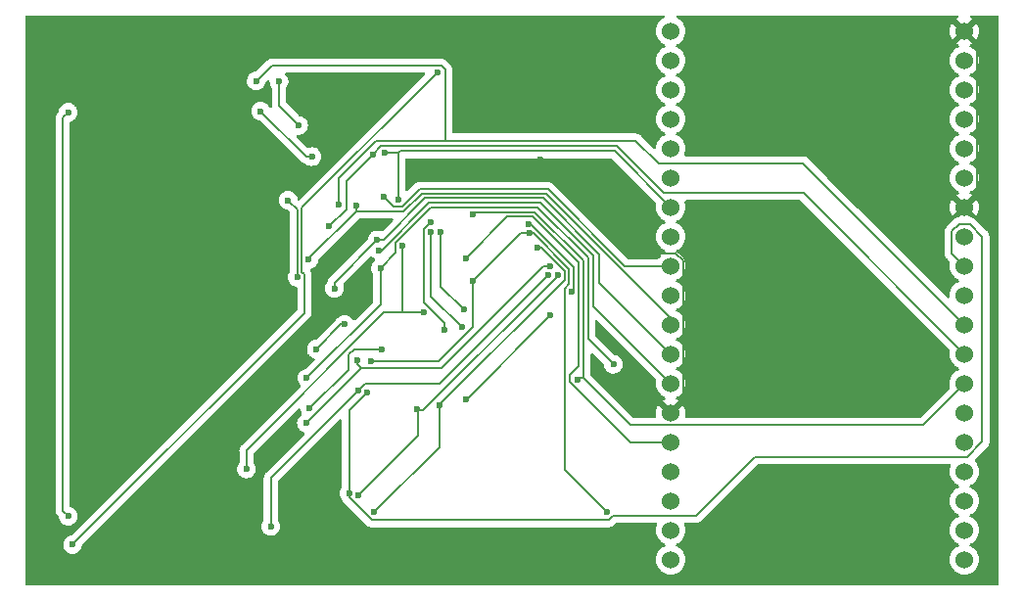
<source format=gbr>
%TF.GenerationSoftware,KiCad,Pcbnew,(6.0.2)*%
%TF.CreationDate,2022-05-01T20:43:16+10:00*%
%TF.ProjectId,brother-esp32,62726f74-6865-4722-9d65-737033322e6b,rev?*%
%TF.SameCoordinates,Original*%
%TF.FileFunction,Copper,L2,Bot*%
%TF.FilePolarity,Positive*%
%FSLAX46Y46*%
G04 Gerber Fmt 4.6, Leading zero omitted, Abs format (unit mm)*
G04 Created by KiCad (PCBNEW (6.0.2)) date 2022-05-01 20:43:16*
%MOMM*%
%LPD*%
G01*
G04 APERTURE LIST*
%TA.AperFunction,ComponentPad*%
%ADD10C,1.524000*%
%TD*%
%TA.AperFunction,ViaPad*%
%ADD11C,0.600000*%
%TD*%
%TA.AperFunction,Conductor*%
%ADD12C,0.200000*%
%TD*%
G04 APERTURE END LIST*
D10*
%TO.P,U2,1,3V3*%
%TO.N,unconnected-(U2-Pad1)*%
X121110000Y-36872500D03*
%TO.P,U2,2,EN*%
%TO.N,unconnected-(U2-Pad2)*%
X121110000Y-39412500D03*
%TO.P,U2,3,GPIO36_ADC-CH0_SENS-VP_RTC-GPIO0*%
%TO.N,unconnected-(U2-Pad3)*%
X121110000Y-41952500D03*
%TO.P,U2,4,GPIO39_ADC1-CH3_SENS-VN_RTC-GPIO3*%
%TO.N,unconnected-(U2-Pad4)*%
X121110000Y-44492500D03*
%TO.P,U2,5,GPIO34_ADC1-CH6_RTC-GPIO4*%
%TO.N,unconnected-(U2-Pad5)*%
X121110000Y-47032500D03*
%TO.P,U2,6,GPIO35_ADC1-CH7_RTC-GPIO5*%
%TO.N,unconnected-(U2-Pad6)*%
X121110000Y-49572500D03*
%TO.P,U2,7,GPIO32_ADC1-CH4_RTC-GPIO9*%
%TO.N,Q0*%
X121110000Y-52112500D03*
%TO.P,U2,8,GPIO33_ADC1-CH5_RTC-GPIO8*%
%TO.N,Q1*%
X121110000Y-54652500D03*
%TO.P,U2,9,GPIO25_ADC2-CH8_DAC1_RTC-GPIO6*%
%TO.N,Q2*%
X121110000Y-57192500D03*
%TO.P,U2,10,GPIO26_ADC2-CH9_DAC2_RTC-GPIO7*%
%TO.N,Q3*%
X121110000Y-59732500D03*
%TO.P,U2,11,GPIO27_ADC2-CH7_RTC-GPIO17*%
%TO.N,Q4*%
X121110000Y-62272500D03*
%TO.P,U2,12,GPIO14_ADC2-CH6_HSPI-CLK_RTC-GPIO16*%
%TO.N,Q5*%
X121110000Y-64812500D03*
%TO.P,U2,13,GPIO12_ADC2-CH5_HSPI-MISO_RTC-GPIO15*%
%TO.N,Q6*%
X121110000Y-67352500D03*
%TO.P,U2,14,GND*%
%TO.N,GND*%
X121110000Y-69892500D03*
%TO.P,U2,15,GPIO13_ADC2-CH4_HSPI-MOSI_RTC-GPIO14*%
%TO.N,Q7*%
X121110000Y-72432500D03*
%TO.P,U2,16,GPIO9_SHD/SD2*%
%TO.N,unconnected-(U2-Pad16)*%
X121110000Y-74972500D03*
%TO.P,U2,17,GPIO10_SWP/SD3*%
%TO.N,unconnected-(U2-Pad17)*%
X121110000Y-77512500D03*
%TO.P,U2,18,GPIO11_CSC/CMD*%
%TO.N,unconnected-(U2-Pad18)*%
X121110000Y-80052500D03*
%TO.P,U2,19,5V*%
%TO.N,Net-(JP2-Pad2)*%
X121110000Y-82592500D03*
%TO.P,U2,20,GPIO6_SCK/CLK*%
%TO.N,unconnected-(U2-Pad20)*%
X146510000Y-82592500D03*
%TO.P,U2,21,GPIO7_SDO/SD0*%
%TO.N,unconnected-(U2-Pad21)*%
X146510000Y-80052500D03*
%TO.P,U2,22,GPIO8_SDI/SD1*%
%TO.N,unconnected-(U2-Pad22)*%
X146510000Y-77512500D03*
%TO.P,U2,23,GPIO0_ADC2-CH1_RTC-GPIO11*%
%TO.N,unconnected-(U2-Pad23)*%
X146510000Y-74972500D03*
%TO.P,U2,24,GPIO15_ADC2-CH3_HSPI-CS0_RTC-GPIO13*%
%TO.N,unconnected-(U2-Pad24)*%
X146510000Y-72432500D03*
%TO.P,U2,25,GPIO2_ADC2-CH2_RTC-GPIO12*%
%TO.N,RY*%
X146510000Y-69892500D03*
%TO.P,U2,26,GPIO4_ADC2-CH0_RTC-GPIO10*%
%TO.N,WE*%
X146510000Y-67352500D03*
%TO.P,U2,27,GPIO16_UART2-RX*%
%TO.N,OE*%
X146510000Y-64812500D03*
%TO.P,U2,28,GPIO17_UART2-TX*%
%TO.N,CE*%
X146510000Y-62272500D03*
%TO.P,U2,29,GPIO5_VSPI-CS0*%
%TO.N,A18*%
X146510000Y-59732500D03*
%TO.P,U2,30,GPIO18_VSPI-CLK*%
%TO.N,A17*%
X146510000Y-57192500D03*
%TO.P,U2,31,GPIO19_VSPI-MISO*%
%TO.N,A16*%
X146510000Y-54652500D03*
%TO.P,U2,32,GND*%
%TO.N,GND*%
X146510000Y-52112500D03*
%TO.P,U2,33,GPIO21_I2C-SDA*%
%TO.N,SDA*%
X146510000Y-49572500D03*
%TO.P,U2,34,GPIO3__UART0-RX*%
%TO.N,unconnected-(U2-Pad34)*%
X146510000Y-47032500D03*
%TO.P,U2,35,GPIO1_UART0-TX*%
%TO.N,unconnected-(U2-Pad35)*%
X146510000Y-44492500D03*
%TO.P,U2,36,GPIO22_I2C-SCL*%
%TO.N,SCL*%
X146510000Y-41952500D03*
%TO.P,U2,37,GPIO23_VSPI-MOSI*%
%TO.N,PRE*%
X146510000Y-39412500D03*
%TO.P,U2,38,GND*%
%TO.N,GND*%
X146510000Y-36872500D03*
%TD*%
D11*
%TO.N,GND*%
X119986500Y-56324100D03*
X116152900Y-68069200D03*
X109850700Y-48024300D03*
%TO.N,+5V*%
X115580000Y-78466000D03*
X108926600Y-54346500D03*
X95194900Y-65390400D03*
X103984700Y-58495200D03*
%TO.N,CE*%
X85280000Y-41180000D03*
X92388600Y-51889100D03*
%TO.N,Q0*%
X96366300Y-47435500D03*
X97536200Y-51426900D03*
%TO.N,Q1*%
X90080000Y-47730000D03*
X85650000Y-43800000D03*
%TO.N,OE*%
X87230000Y-41240000D03*
X88940000Y-45030000D03*
X95336300Y-47549000D03*
X91586900Y-53762000D03*
%TO.N,WE*%
X113068000Y-66999600D03*
X104007900Y-52731300D03*
%TO.N,A1*%
X101240380Y-54258780D03*
X103198500Y-60938300D03*
%TO.N,A2*%
X100403900Y-54210600D03*
X103074800Y-62503400D03*
%TO.N,A3*%
X101565400Y-62692700D03*
X100393300Y-53410200D03*
%TO.N,A4*%
X88030000Y-51500000D03*
X88820000Y-58160000D03*
%TO.N,Q2*%
X96307300Y-51196200D03*
%TO.N,Q4*%
X93927300Y-52006000D03*
X89819011Y-56626000D03*
%TO.N,Q5*%
X92039600Y-59121000D03*
X95722700Y-54935500D03*
%TO.N,A18*%
X92910000Y-62250000D03*
X90470000Y-64370000D03*
%TO.N,A10*%
X116153800Y-65688100D03*
X89650200Y-66890000D03*
X96013500Y-57371200D03*
%TO.N,A12*%
X96110000Y-64400000D03*
X110728100Y-61486600D03*
X89900000Y-69530000D03*
X103440000Y-68770000D03*
%TO.N,A13*%
X94019500Y-65384181D03*
X89613900Y-70785700D03*
X110654700Y-57206700D03*
%TO.N,Q6*%
X95902900Y-55824000D03*
%TO.N,Q7*%
X103414400Y-56514900D03*
%TO.N,A0*%
X84421000Y-74738600D03*
X99783800Y-61227100D03*
X97933800Y-55435000D03*
%TO.N,A17*%
X93293900Y-76884800D03*
X94840589Y-68118411D03*
%TO.N,A16*%
X111327600Y-57941900D03*
X94111200Y-76990400D03*
X99180000Y-69590000D03*
%TO.N,A15*%
X95481600Y-78500000D03*
X109613600Y-55599500D03*
X101119400Y-69204900D03*
%TO.N,A14*%
X86526200Y-79720000D03*
X94057844Y-67955580D03*
X110509800Y-58007100D03*
%TO.N,PRE_BOT*%
X69384800Y-81283700D03*
X100991000Y-40479300D03*
%TO.N,Net-(C2-Pad1)*%
X112554200Y-59376700D03*
X108858600Y-53531900D03*
%TO.N,5V*%
X68994500Y-78818900D03*
X69008700Y-43888200D03*
%TD*%
D12*
%TO.N,GND*%
X147618200Y-37980700D02*
X147618200Y-51004300D01*
X146510000Y-36872500D02*
X147618200Y-37980700D01*
X119986500Y-56105200D02*
X119986500Y-56324100D01*
X119986500Y-56105200D02*
X117931600Y-56105200D01*
X121110000Y-69892500D02*
X119286700Y-68069200D01*
X117931600Y-56105200D02*
X109850700Y-48024300D01*
X121555800Y-56105200D02*
X119986500Y-56105200D01*
X119286700Y-68069200D02*
X116152900Y-68069200D01*
X147618200Y-51004300D02*
X146510000Y-52112500D01*
X121110000Y-69892500D02*
X122179400Y-68823100D01*
X122179400Y-56728800D02*
X121555800Y-56105200D01*
X122179400Y-68823100D02*
X122179400Y-56728800D01*
%TO.N,+5V*%
X111927800Y-59154200D02*
X111927800Y-74813800D01*
X108926600Y-54346500D02*
X109209700Y-54346500D01*
X101070700Y-65390400D02*
X103984700Y-62476400D01*
X111927800Y-74813800D02*
X115580000Y-78466000D01*
X109209700Y-54346500D02*
X112328300Y-57465100D01*
X108133400Y-54346500D02*
X108926600Y-54346500D01*
X103984700Y-62476400D02*
X103984700Y-58495200D01*
X112328300Y-58753700D02*
X111927800Y-59154200D01*
X112328300Y-57465100D02*
X112328300Y-58753700D01*
X95194900Y-65390400D02*
X101070700Y-65390400D01*
X103984700Y-58495200D02*
X108133400Y-54346500D01*
%TO.N,CE*%
X92388600Y-49589200D02*
X92388600Y-51889100D01*
X101639700Y-40219000D02*
X101272800Y-39852100D01*
X101639700Y-46344000D02*
X101639700Y-40219000D01*
X132540000Y-48302500D02*
X120047600Y-48302500D01*
X101272800Y-39852100D02*
X86607900Y-39852100D01*
X146510000Y-62272500D02*
X132540000Y-48302500D01*
X86607900Y-39852100D02*
X85280000Y-41180000D01*
X95633800Y-46344000D02*
X92388600Y-49589200D01*
X118089100Y-46344000D02*
X101639700Y-46344000D01*
X101639700Y-46344000D02*
X95633800Y-46344000D01*
X120047600Y-48302500D02*
X118089100Y-46344000D01*
%TO.N,Q0*%
X116250900Y-47253400D02*
X121110000Y-52112500D01*
X97718300Y-47253400D02*
X116250900Y-47253400D01*
X97536200Y-47435500D02*
X96366300Y-47435500D01*
X97536200Y-47435500D02*
X97718300Y-47253400D01*
X97536200Y-51426900D02*
X97536200Y-47435500D01*
%TO.N,Q1*%
X85650000Y-43800000D02*
X89580000Y-47730000D01*
X89580000Y-47730000D02*
X90080000Y-47730000D01*
%TO.N,OE*%
X132588300Y-50890800D02*
X120489900Y-50890800D01*
X96075000Y-46810300D02*
X95336300Y-47549000D01*
X93074900Y-52274000D02*
X91586900Y-53762000D01*
X95336300Y-47549000D02*
X93074900Y-49810400D01*
X120489900Y-50890800D02*
X116409400Y-46810300D01*
X116409400Y-46810300D02*
X96075000Y-46810300D01*
X87230000Y-41240000D02*
X87230000Y-43320000D01*
X87230000Y-43320000D02*
X88940000Y-45030000D01*
X146510000Y-64812500D02*
X132588300Y-50890800D01*
X93074900Y-49810400D02*
X93074900Y-52274000D01*
%TO.N,WE*%
X104007900Y-52731300D02*
X104208000Y-52531200D01*
X109375700Y-52531200D02*
X113554900Y-56710400D01*
X117669600Y-70954800D02*
X113554900Y-66840100D01*
X104208000Y-52531200D02*
X109375700Y-52531200D01*
X142907700Y-70954800D02*
X117669600Y-70954800D01*
X146510000Y-67352500D02*
X142907700Y-70954800D01*
X113227500Y-66840100D02*
X113068000Y-66999600D01*
X113554900Y-66840100D02*
X113227500Y-66840100D01*
X113554900Y-56710400D02*
X113554900Y-66840100D01*
%TO.N,A1*%
X103198500Y-60938300D02*
X101212100Y-58951900D01*
X101212100Y-54287060D02*
X101240380Y-54258780D01*
X101212100Y-58951900D02*
X101212100Y-54287060D01*
%TO.N,A2*%
X103074800Y-62503400D02*
X100403900Y-59832500D01*
X100403900Y-59832500D02*
X100403900Y-54210600D01*
%TO.N,A3*%
X101565400Y-62692700D02*
X101565400Y-62159700D01*
X99773300Y-60367600D02*
X99773300Y-53959500D01*
X101565400Y-62159700D02*
X99773300Y-60367600D01*
X100322600Y-53410200D02*
X100393300Y-53410200D01*
X99773300Y-53959500D02*
X100322600Y-53410200D01*
%TO.N,A4*%
X88030000Y-51500000D02*
X88820000Y-52290000D01*
X88820000Y-52290000D02*
X88820000Y-58160000D01*
%TO.N,Q2*%
X97138400Y-52027300D02*
X96307300Y-51196200D01*
X97895000Y-52027300D02*
X97138400Y-52027300D01*
X121110000Y-57192500D02*
X117154700Y-57192500D01*
X99392600Y-50529700D02*
X97895000Y-52027300D01*
X117154700Y-57192500D02*
X110491900Y-50529700D01*
X110491900Y-50529700D02*
X99392600Y-50529700D01*
%TO.N,Q4*%
X89819011Y-56563989D02*
X89819011Y-56626000D01*
X121110000Y-61713900D02*
X110326100Y-50930000D01*
X93927300Y-52455700D02*
X89819011Y-56563989D01*
X110326100Y-50930000D02*
X99558600Y-50930000D01*
X99558600Y-50930000D02*
X98032900Y-52455700D01*
X121110000Y-62272500D02*
X121110000Y-61713900D01*
X93927300Y-52455700D02*
X93927300Y-52006000D01*
X98032900Y-52455700D02*
X93927300Y-52455700D01*
%TO.N,Q5*%
X92039600Y-58618600D02*
X92039600Y-59121000D01*
X121110000Y-64812500D02*
X114930300Y-58632800D01*
X114930300Y-56179400D02*
X110081200Y-51330300D01*
X95722700Y-54935500D02*
X92039600Y-58618600D01*
X114930300Y-58632800D02*
X114930300Y-56179400D01*
X99894000Y-51330300D02*
X96288800Y-54935500D01*
X96288800Y-54935500D02*
X95722700Y-54935500D01*
X110081200Y-51330300D02*
X99894000Y-51330300D01*
%TO.N,A18*%
X90470000Y-64370000D02*
X92590000Y-62250000D01*
X92590000Y-62250000D02*
X92910000Y-62250000D01*
%TO.N,A10*%
X97333500Y-55186400D02*
X100389000Y-52130900D01*
X89650200Y-66890000D02*
X96013500Y-60526700D01*
X113955200Y-56482400D02*
X113955200Y-63489500D01*
X100389000Y-52130900D02*
X109603700Y-52130900D01*
X113955200Y-63489500D02*
X116153800Y-65688100D01*
X97333500Y-56051200D02*
X97333500Y-55186400D01*
X109603700Y-52130900D02*
X113955200Y-56482400D01*
X96013500Y-57371200D02*
X97333500Y-56051200D01*
X96013500Y-60526700D02*
X96013500Y-57371200D01*
%TO.N,A12*%
X93260000Y-64870000D02*
X93730000Y-64400000D01*
X93260000Y-66170000D02*
X93260000Y-64870000D01*
X103441200Y-68773500D02*
X110728100Y-61486600D01*
X93730000Y-64400000D02*
X96110000Y-64400000D01*
X89900000Y-69530000D02*
X93260000Y-66170000D01*
%TO.N,A13*%
X94339100Y-66060500D02*
X89613900Y-70785700D01*
X110082000Y-57206700D02*
X110654700Y-57206700D01*
X94339100Y-66022600D02*
X94019500Y-65703000D01*
X101266100Y-66022600D02*
X110082000Y-57206700D01*
X94019500Y-65703000D02*
X94019500Y-65384181D01*
X94339100Y-66022600D02*
X94339100Y-66060500D01*
X94339100Y-66022600D02*
X101266100Y-66022600D01*
%TO.N,Q6*%
X100223200Y-51730600D02*
X96129800Y-55824000D01*
X114445000Y-56321900D02*
X109853700Y-51730600D01*
X114445000Y-60687500D02*
X114445000Y-56321900D01*
X109853700Y-51730600D02*
X100223200Y-51730600D01*
X96129800Y-55824000D02*
X95902900Y-55824000D01*
X121110000Y-67352500D02*
X114445000Y-60687500D01*
%TO.N,Q7*%
X112401000Y-67225000D02*
X117608500Y-72432500D01*
X113154600Y-56893100D02*
X113154600Y-65885400D01*
X106997800Y-52931500D02*
X109193000Y-52931500D01*
X112401000Y-66639000D02*
X112401000Y-67225000D01*
X113154600Y-65885400D02*
X112401000Y-66639000D01*
X117608500Y-72432500D02*
X121110000Y-72432500D01*
X103414400Y-56514900D02*
X106997800Y-52931500D01*
X109193000Y-52931500D02*
X113154600Y-56893100D01*
%TO.N,A0*%
X97933800Y-61227100D02*
X97933800Y-55435000D01*
X99783800Y-61227100D02*
X97933800Y-61227100D01*
X96337907Y-61227100D02*
X84421000Y-73144007D01*
X97933800Y-61227100D02*
X96337907Y-61227100D01*
X84421000Y-73144007D02*
X84421000Y-74738600D01*
%TO.N,A17*%
X145443200Y-54185400D02*
X146055800Y-53572800D01*
X145443200Y-56125700D02*
X145443200Y-54185400D01*
X95239300Y-79179800D02*
X93293900Y-77234400D01*
X147001400Y-53572800D02*
X148067300Y-54638700D01*
X146773900Y-73702500D02*
X128396100Y-73702500D01*
X146055800Y-53572800D02*
X147001400Y-53572800D01*
X115745100Y-79179800D02*
X95239300Y-79179800D01*
X146510000Y-57192500D02*
X145443200Y-56125700D01*
X116142400Y-78782500D02*
X115745100Y-79179800D01*
X148067300Y-54638700D02*
X148067300Y-72409100D01*
X128396100Y-73702500D02*
X123316100Y-78782500D01*
X123316100Y-78782500D02*
X116142400Y-78782500D01*
X93293900Y-69665100D02*
X94840589Y-68118411D01*
X148067300Y-72409100D02*
X146773900Y-73702500D01*
X93293900Y-76884800D02*
X93293900Y-69665100D01*
X93293900Y-77234400D02*
X93293900Y-76884800D01*
%TO.N,A16*%
X99721200Y-69644700D02*
X111327600Y-58038300D01*
X99244200Y-69644700D02*
X99721200Y-69644700D01*
X99244200Y-71857400D02*
X99244200Y-69644700D01*
X111327600Y-58038300D02*
X111327600Y-57941900D01*
X99244200Y-69644700D02*
X99144100Y-69544600D01*
X94111200Y-76990400D02*
X99244200Y-71857400D01*
%TO.N,A15*%
X109896600Y-55599500D02*
X111928000Y-57630900D01*
X101119400Y-72862200D02*
X101119400Y-69168900D01*
X111928000Y-57630900D02*
X111928000Y-58360300D01*
X111928000Y-58360300D02*
X101119400Y-69168900D01*
X109613600Y-55599500D02*
X109896600Y-55599500D01*
X95481600Y-78500000D02*
X101119400Y-72862200D01*
%TO.N,A14*%
X94661224Y-67352200D02*
X94057844Y-67955580D01*
X86526200Y-79720000D02*
X86526200Y-75536700D01*
X110509800Y-58007100D02*
X101164700Y-67352200D01*
X94057844Y-68005056D02*
X94057844Y-67955580D01*
X101164700Y-67352200D02*
X94661224Y-67352200D01*
X86526200Y-75536700D02*
X94057844Y-68005056D01*
%TO.N,PRE_BOT*%
X100991000Y-40479300D02*
X100915694Y-40479300D01*
X89419501Y-57911677D02*
X89419501Y-61248999D01*
X89219511Y-52175483D02*
X89219511Y-57711687D01*
X100915694Y-40479300D02*
X89219511Y-52175483D01*
X89219511Y-57711687D02*
X89419501Y-57911677D01*
X89419501Y-61248999D02*
X69384800Y-81283700D01*
%TO.N,Net-(C2-Pad1)*%
X112754300Y-59176600D02*
X112554200Y-59376700D01*
X108961200Y-53531900D02*
X112754300Y-57325000D01*
X112754300Y-57325000D02*
X112754300Y-59176600D01*
X108858600Y-53531900D02*
X108961200Y-53531900D01*
%TO.N,5V*%
X68539800Y-44357100D02*
X68539800Y-78364200D01*
X69008700Y-43888200D02*
X68539800Y-44357100D01*
X68539800Y-78364200D02*
X68994500Y-78818900D01*
%TD*%
%TA.AperFunction,Conductor*%
%TO.N,GND*%
G36*
X120529693Y-35528002D02*
G01*
X120576186Y-35581658D01*
X120586290Y-35651932D01*
X120556796Y-35716512D01*
X120514822Y-35748195D01*
X120477311Y-35765686D01*
X120477306Y-35765689D01*
X120472324Y-35768012D01*
X120467817Y-35771168D01*
X120467815Y-35771169D01*
X120294730Y-35892364D01*
X120294727Y-35892366D01*
X120290219Y-35895523D01*
X120133023Y-36052719D01*
X120129866Y-36057227D01*
X120129864Y-36057230D01*
X120008669Y-36230315D01*
X120005512Y-36234824D01*
X120003189Y-36239806D01*
X120003186Y-36239811D01*
X119913883Y-36431322D01*
X119911560Y-36436304D01*
X119854022Y-36651037D01*
X119834647Y-36872500D01*
X119854022Y-37093963D01*
X119911560Y-37308696D01*
X119913882Y-37313677D01*
X119913883Y-37313678D01*
X120003186Y-37505189D01*
X120003189Y-37505194D01*
X120005512Y-37510176D01*
X120008668Y-37514683D01*
X120008669Y-37514685D01*
X120045107Y-37566723D01*
X120133023Y-37692281D01*
X120290219Y-37849477D01*
X120294727Y-37852634D01*
X120294730Y-37852636D01*
X120370495Y-37905687D01*
X120472323Y-37976988D01*
X120477305Y-37979311D01*
X120477310Y-37979314D01*
X120582373Y-38028305D01*
X120635658Y-38075222D01*
X120655119Y-38143499D01*
X120634577Y-38211459D01*
X120582373Y-38256695D01*
X120477311Y-38305686D01*
X120477306Y-38305689D01*
X120472324Y-38308012D01*
X120467817Y-38311168D01*
X120467815Y-38311169D01*
X120294730Y-38432364D01*
X120294727Y-38432366D01*
X120290219Y-38435523D01*
X120133023Y-38592719D01*
X120005512Y-38774824D01*
X120003189Y-38779806D01*
X120003186Y-38779811D01*
X119913883Y-38971322D01*
X119911560Y-38976304D01*
X119854022Y-39191037D01*
X119834647Y-39412500D01*
X119854022Y-39633963D01*
X119911560Y-39848696D01*
X119913882Y-39853677D01*
X119913883Y-39853678D01*
X120003186Y-40045189D01*
X120003189Y-40045194D01*
X120005512Y-40050176D01*
X120008668Y-40054683D01*
X120008669Y-40054685D01*
X120129457Y-40227188D01*
X120133023Y-40232281D01*
X120290219Y-40389477D01*
X120294727Y-40392634D01*
X120294730Y-40392636D01*
X120364582Y-40441547D01*
X120472323Y-40516988D01*
X120477305Y-40519311D01*
X120477310Y-40519314D01*
X120582373Y-40568305D01*
X120635658Y-40615222D01*
X120655119Y-40683499D01*
X120634577Y-40751459D01*
X120582373Y-40796695D01*
X120477311Y-40845686D01*
X120477306Y-40845689D01*
X120472324Y-40848012D01*
X120467817Y-40851168D01*
X120467815Y-40851169D01*
X120294730Y-40972364D01*
X120294727Y-40972366D01*
X120290219Y-40975523D01*
X120133023Y-41132719D01*
X120129866Y-41137227D01*
X120129864Y-41137230D01*
X120039251Y-41266639D01*
X120005512Y-41314824D01*
X120003189Y-41319806D01*
X120003186Y-41319811D01*
X119963270Y-41405412D01*
X119911560Y-41516304D01*
X119854022Y-41731037D01*
X119834647Y-41952500D01*
X119854022Y-42173963D01*
X119911560Y-42388696D01*
X119913882Y-42393677D01*
X119913883Y-42393678D01*
X120003186Y-42585189D01*
X120003189Y-42585194D01*
X120005512Y-42590176D01*
X120133023Y-42772281D01*
X120290219Y-42929477D01*
X120294727Y-42932634D01*
X120294730Y-42932636D01*
X120370495Y-42985687D01*
X120472323Y-43056988D01*
X120477305Y-43059311D01*
X120477310Y-43059314D01*
X120582373Y-43108305D01*
X120635658Y-43155222D01*
X120655119Y-43223499D01*
X120634577Y-43291459D01*
X120582373Y-43336695D01*
X120477311Y-43385686D01*
X120477306Y-43385689D01*
X120472324Y-43388012D01*
X120467817Y-43391168D01*
X120467815Y-43391169D01*
X120294730Y-43512364D01*
X120294727Y-43512366D01*
X120290219Y-43515523D01*
X120133023Y-43672719D01*
X120129866Y-43677227D01*
X120129864Y-43677230D01*
X120015845Y-43840067D01*
X120005512Y-43854824D01*
X120003189Y-43859806D01*
X120003186Y-43859811D01*
X119958789Y-43955021D01*
X119911560Y-44056304D01*
X119854022Y-44271037D01*
X119834647Y-44492500D01*
X119854022Y-44713963D01*
X119911560Y-44928696D01*
X119913882Y-44933677D01*
X119913883Y-44933678D01*
X120003186Y-45125189D01*
X120003189Y-45125194D01*
X120005512Y-45130176D01*
X120008668Y-45134683D01*
X120008669Y-45134685D01*
X120072165Y-45225366D01*
X120133023Y-45312281D01*
X120290219Y-45469477D01*
X120294727Y-45472634D01*
X120294730Y-45472636D01*
X120362951Y-45520405D01*
X120472323Y-45596988D01*
X120477305Y-45599311D01*
X120477310Y-45599314D01*
X120582373Y-45648305D01*
X120635658Y-45695222D01*
X120655119Y-45763499D01*
X120634577Y-45831459D01*
X120582373Y-45876695D01*
X120477311Y-45925686D01*
X120477306Y-45925689D01*
X120472324Y-45928012D01*
X120467817Y-45931168D01*
X120467815Y-45931169D01*
X120294730Y-46052364D01*
X120294727Y-46052366D01*
X120290219Y-46055523D01*
X120133023Y-46212719D01*
X120005512Y-46394824D01*
X120003189Y-46399806D01*
X120003186Y-46399811D01*
X119913883Y-46591322D01*
X119911560Y-46596304D01*
X119854022Y-46811037D01*
X119842389Y-46944010D01*
X119816526Y-47010128D01*
X119759022Y-47051768D01*
X119688135Y-47055709D01*
X119627773Y-47022124D01*
X118553415Y-45947766D01*
X118542548Y-45935375D01*
X118528113Y-45916563D01*
X118523087Y-45910013D01*
X118491175Y-45885526D01*
X118491172Y-45885523D01*
X118426448Y-45835858D01*
X118402529Y-45817504D01*
X118402527Y-45817503D01*
X118395976Y-45812476D01*
X118247951Y-45751162D01*
X118239764Y-45750084D01*
X118239763Y-45750084D01*
X118227563Y-45748478D01*
X118128993Y-45735501D01*
X118128991Y-45735501D01*
X118128985Y-45735500D01*
X118128983Y-45735500D01*
X118128974Y-45735499D01*
X118097289Y-45731328D01*
X118089100Y-45730250D01*
X118057407Y-45734422D01*
X118040964Y-45735500D01*
X102374200Y-45735500D01*
X102306079Y-45715498D01*
X102259586Y-45661842D01*
X102248200Y-45609500D01*
X102248200Y-40267136D01*
X102249278Y-40250690D01*
X102251189Y-40236178D01*
X102253450Y-40219000D01*
X102248200Y-40179120D01*
X102248200Y-40179115D01*
X102232538Y-40060150D01*
X102227732Y-40048547D01*
X102171224Y-39912124D01*
X102098177Y-39816929D01*
X102098176Y-39816927D01*
X102078717Y-39791567D01*
X102078713Y-39791563D01*
X102073687Y-39785013D01*
X102048324Y-39765551D01*
X102035933Y-39754685D01*
X101737115Y-39455866D01*
X101726249Y-39443476D01*
X101711814Y-39424664D01*
X101711813Y-39424663D01*
X101706787Y-39418113D01*
X101674875Y-39393626D01*
X101674872Y-39393623D01*
X101579676Y-39320576D01*
X101431651Y-39259262D01*
X101423464Y-39258184D01*
X101423463Y-39258184D01*
X101412258Y-39256709D01*
X101381062Y-39252602D01*
X101312685Y-39243600D01*
X101312682Y-39243600D01*
X101312674Y-39243599D01*
X101280989Y-39239428D01*
X101272800Y-39238350D01*
X101241107Y-39242522D01*
X101224664Y-39243600D01*
X86656036Y-39243600D01*
X86639590Y-39242522D01*
X86616088Y-39239428D01*
X86607900Y-39238350D01*
X86599712Y-39239428D01*
X86568029Y-39243599D01*
X86568020Y-39243600D01*
X86568015Y-39243600D01*
X86449050Y-39259262D01*
X86441423Y-39262421D01*
X86441420Y-39262422D01*
X86362338Y-39295179D01*
X86301024Y-39320576D01*
X86205828Y-39393623D01*
X86205825Y-39393626D01*
X86173913Y-39418113D01*
X86168883Y-39424668D01*
X86154448Y-39443479D01*
X86143581Y-39455870D01*
X85258416Y-40341035D01*
X85196104Y-40375061D01*
X85182495Y-40377249D01*
X85160802Y-40379529D01*
X85112296Y-40384627D01*
X85112292Y-40384628D01*
X85105288Y-40385364D01*
X84933579Y-40443818D01*
X84905829Y-40460890D01*
X84785095Y-40535166D01*
X84785092Y-40535168D01*
X84779088Y-40538862D01*
X84774053Y-40543793D01*
X84774050Y-40543795D01*
X84654525Y-40660843D01*
X84649493Y-40665771D01*
X84551235Y-40818238D01*
X84548826Y-40824858D01*
X84548824Y-40824861D01*
X84492569Y-40979420D01*
X84489197Y-40988685D01*
X84466463Y-41168640D01*
X84484163Y-41349160D01*
X84541418Y-41521273D01*
X84545065Y-41527295D01*
X84545066Y-41527297D01*
X84592315Y-41605314D01*
X84635380Y-41676424D01*
X84640269Y-41681487D01*
X84640270Y-41681488D01*
X84703603Y-41747071D01*
X84761382Y-41806902D01*
X84913159Y-41906222D01*
X84919763Y-41908678D01*
X84919765Y-41908679D01*
X85076558Y-41966990D01*
X85076560Y-41966990D01*
X85083168Y-41969448D01*
X85166995Y-41980633D01*
X85255980Y-41992507D01*
X85255984Y-41992507D01*
X85262961Y-41993438D01*
X85269972Y-41992800D01*
X85269976Y-41992800D01*
X85412459Y-41979832D01*
X85443600Y-41976998D01*
X85450302Y-41974820D01*
X85450304Y-41974820D01*
X85609409Y-41923124D01*
X85609412Y-41923123D01*
X85616108Y-41920947D01*
X85771912Y-41828069D01*
X85903266Y-41702982D01*
X86003643Y-41551902D01*
X86068055Y-41382338D01*
X86071779Y-41355844D01*
X86083420Y-41273009D01*
X86112708Y-41208335D01*
X86119099Y-41201450D01*
X86203167Y-41117382D01*
X86265479Y-41083356D01*
X86336294Y-41088421D01*
X86393130Y-41130968D01*
X86417941Y-41197488D01*
X86417412Y-41216969D01*
X86417347Y-41221645D01*
X86416463Y-41228640D01*
X86434163Y-41409160D01*
X86491418Y-41581273D01*
X86495065Y-41587295D01*
X86495066Y-41587297D01*
X86581730Y-41730398D01*
X86581733Y-41730401D01*
X86585380Y-41736424D01*
X86590275Y-41741492D01*
X86594571Y-41747071D01*
X86592243Y-41748864D01*
X86619071Y-41800115D01*
X86621500Y-41824734D01*
X86621500Y-43271864D01*
X86620422Y-43288307D01*
X86616250Y-43320000D01*
X86617328Y-43328189D01*
X86621500Y-43359880D01*
X86621500Y-43359885D01*
X86624520Y-43382824D01*
X86624523Y-43382846D01*
X86624739Y-43384489D01*
X86613787Y-43454636D01*
X86566649Y-43507726D01*
X86498292Y-43526904D01*
X86430418Y-43506080D01*
X86386182Y-43455354D01*
X86386065Y-43455109D01*
X86383745Y-43448448D01*
X86287626Y-43294624D01*
X86273223Y-43280120D01*
X86164778Y-43170915D01*
X86164774Y-43170912D01*
X86159815Y-43165918D01*
X86151603Y-43160706D01*
X86048455Y-43095247D01*
X86006666Y-43068727D01*
X85964833Y-43053831D01*
X85842425Y-43010243D01*
X85842420Y-43010242D01*
X85835790Y-43007881D01*
X85828802Y-43007048D01*
X85828799Y-43007047D01*
X85705698Y-42992368D01*
X85655680Y-42986404D01*
X85648677Y-42987140D01*
X85648676Y-42987140D01*
X85482288Y-43004628D01*
X85482286Y-43004629D01*
X85475288Y-43005364D01*
X85303579Y-43063818D01*
X85284691Y-43075438D01*
X85155095Y-43155166D01*
X85155092Y-43155168D01*
X85149088Y-43158862D01*
X85144053Y-43163793D01*
X85144050Y-43163795D01*
X85024525Y-43280843D01*
X85019493Y-43285771D01*
X84921235Y-43438238D01*
X84918826Y-43444858D01*
X84918824Y-43444861D01*
X84879650Y-43552490D01*
X84859197Y-43608685D01*
X84836463Y-43788640D01*
X84854163Y-43969160D01*
X84911418Y-44141273D01*
X84915065Y-44147295D01*
X84915066Y-44147297D01*
X84986788Y-44265724D01*
X85005380Y-44296424D01*
X85010269Y-44301487D01*
X85010270Y-44301488D01*
X85071882Y-44365288D01*
X85131382Y-44426902D01*
X85137278Y-44430760D01*
X85273081Y-44519627D01*
X85283159Y-44526222D01*
X85289763Y-44528678D01*
X85289765Y-44528679D01*
X85446558Y-44586990D01*
X85446560Y-44586990D01*
X85453168Y-44589448D01*
X85460153Y-44590380D01*
X85460157Y-44590381D01*
X85522547Y-44598706D01*
X85555986Y-44603167D01*
X85620862Y-44632003D01*
X85628416Y-44638965D01*
X89115685Y-48126234D01*
X89126552Y-48138625D01*
X89146013Y-48163987D01*
X89152563Y-48169013D01*
X89177921Y-48188471D01*
X89177928Y-48188477D01*
X89227382Y-48226424D01*
X89236131Y-48233137D01*
X89273125Y-48261524D01*
X89421150Y-48322838D01*
X89504480Y-48333809D01*
X89560512Y-48358232D01*
X89561382Y-48356902D01*
X89713159Y-48456222D01*
X89719763Y-48458678D01*
X89719765Y-48458679D01*
X89876558Y-48516990D01*
X89876560Y-48516990D01*
X89883168Y-48519448D01*
X89966995Y-48530633D01*
X90055980Y-48542507D01*
X90055984Y-48542507D01*
X90062961Y-48543438D01*
X90069972Y-48542800D01*
X90069976Y-48542800D01*
X90212459Y-48529832D01*
X90243600Y-48526998D01*
X90250302Y-48524820D01*
X90250304Y-48524820D01*
X90409409Y-48473124D01*
X90409412Y-48473123D01*
X90416108Y-48470947D01*
X90571912Y-48378069D01*
X90703266Y-48252982D01*
X90803643Y-48101902D01*
X90868055Y-47932338D01*
X90875143Y-47881902D01*
X90892748Y-47756639D01*
X90892748Y-47756636D01*
X90893299Y-47752717D01*
X90893616Y-47730000D01*
X90873397Y-47549745D01*
X90861211Y-47514751D01*
X90816064Y-47385106D01*
X90816062Y-47385103D01*
X90813745Y-47378448D01*
X90717626Y-47224624D01*
X90660994Y-47167595D01*
X90594778Y-47100915D01*
X90594774Y-47100912D01*
X90589815Y-47095918D01*
X90436666Y-46998727D01*
X90381213Y-46978981D01*
X90272425Y-46940243D01*
X90272420Y-46940242D01*
X90265790Y-46937881D01*
X90258802Y-46937048D01*
X90258799Y-46937047D01*
X90135698Y-46922368D01*
X90085680Y-46916404D01*
X90078677Y-46917140D01*
X90078676Y-46917140D01*
X89912288Y-46934628D01*
X89912286Y-46934629D01*
X89905288Y-46935364D01*
X89786028Y-46975963D01*
X89715097Y-46978981D01*
X89656329Y-46945780D01*
X88760395Y-46049846D01*
X88726369Y-45987534D01*
X88731434Y-45916719D01*
X88773981Y-45859883D01*
X88840501Y-45835072D01*
X88866152Y-45835858D01*
X88889395Y-45838959D01*
X88915981Y-45842507D01*
X88915984Y-45842507D01*
X88922961Y-45843438D01*
X88929972Y-45842800D01*
X88929976Y-45842800D01*
X89073054Y-45829778D01*
X89103600Y-45826998D01*
X89110302Y-45824820D01*
X89110304Y-45824820D01*
X89269409Y-45773124D01*
X89269412Y-45773123D01*
X89276108Y-45770947D01*
X89431912Y-45678069D01*
X89563266Y-45552982D01*
X89663643Y-45401902D01*
X89728055Y-45232338D01*
X89753299Y-45052717D01*
X89753616Y-45030000D01*
X89733397Y-44849745D01*
X89684205Y-44708484D01*
X89676064Y-44685106D01*
X89676062Y-44685103D01*
X89673745Y-44678448D01*
X89577626Y-44524624D01*
X89572664Y-44519627D01*
X89454778Y-44400915D01*
X89454774Y-44400912D01*
X89449815Y-44395918D01*
X89296666Y-44298727D01*
X89234290Y-44276516D01*
X89132425Y-44240243D01*
X89132420Y-44240242D01*
X89125790Y-44237881D01*
X89118804Y-44237048D01*
X89118800Y-44237047D01*
X89035864Y-44227158D01*
X88970591Y-44199231D01*
X88961688Y-44191139D01*
X87875405Y-43104856D01*
X87841379Y-43042544D01*
X87838500Y-43015761D01*
X87838500Y-41823248D01*
X87859552Y-41753521D01*
X87949742Y-41617773D01*
X87953643Y-41611902D01*
X88018055Y-41442338D01*
X88019035Y-41435366D01*
X88042748Y-41266639D01*
X88042748Y-41266636D01*
X88043299Y-41262717D01*
X88043616Y-41240000D01*
X88023397Y-41059745D01*
X88021080Y-41053091D01*
X87966064Y-40895106D01*
X87966062Y-40895103D01*
X87963745Y-40888448D01*
X87867626Y-40734624D01*
X87815865Y-40682500D01*
X87808798Y-40675384D01*
X87774991Y-40612953D01*
X87780303Y-40542156D01*
X87823047Y-40485469D01*
X87889654Y-40460890D01*
X87898204Y-40460600D01*
X99769655Y-40460600D01*
X99837776Y-40480602D01*
X99884269Y-40534258D01*
X99894373Y-40604532D01*
X99864879Y-40669112D01*
X99858750Y-40675695D01*
X89051592Y-51482853D01*
X88989280Y-51516879D01*
X88918465Y-51511814D01*
X88873402Y-51482853D01*
X88868888Y-51478339D01*
X88834862Y-51416027D01*
X88832768Y-51403289D01*
X88824182Y-51326744D01*
X88823397Y-51319745D01*
X88821080Y-51313091D01*
X88766064Y-51155106D01*
X88766062Y-51155103D01*
X88763745Y-51148448D01*
X88720161Y-51078698D01*
X88671359Y-51000598D01*
X88667626Y-50994624D01*
X88630235Y-50956971D01*
X88544778Y-50870915D01*
X88544774Y-50870912D01*
X88539815Y-50865918D01*
X88528697Y-50858862D01*
X88480538Y-50828300D01*
X88386666Y-50768727D01*
X88357463Y-50758328D01*
X88222425Y-50710243D01*
X88222420Y-50710242D01*
X88215790Y-50707881D01*
X88208802Y-50707048D01*
X88208799Y-50707047D01*
X88070348Y-50690538D01*
X88035680Y-50686404D01*
X88028677Y-50687140D01*
X88028676Y-50687140D01*
X87862288Y-50704628D01*
X87862286Y-50704629D01*
X87855288Y-50705364D01*
X87683579Y-50763818D01*
X87621109Y-50802250D01*
X87535095Y-50855166D01*
X87535092Y-50855168D01*
X87529088Y-50858862D01*
X87524053Y-50863793D01*
X87524050Y-50863795D01*
X87404525Y-50980843D01*
X87399493Y-50985771D01*
X87301235Y-51138238D01*
X87298826Y-51144858D01*
X87298824Y-51144861D01*
X87251557Y-51274727D01*
X87239197Y-51308685D01*
X87216463Y-51488640D01*
X87234163Y-51669160D01*
X87291418Y-51841273D01*
X87295065Y-51847295D01*
X87295066Y-51847297D01*
X87324875Y-51896517D01*
X87385380Y-51996424D01*
X87511382Y-52126902D01*
X87663159Y-52226222D01*
X87669763Y-52228678D01*
X87669765Y-52228679D01*
X87826558Y-52286990D01*
X87826560Y-52286990D01*
X87833168Y-52289448D01*
X87840153Y-52290380D01*
X87840157Y-52290381D01*
X87902547Y-52298706D01*
X87935986Y-52303167D01*
X88000862Y-52332003D01*
X88008416Y-52338965D01*
X88174595Y-52505144D01*
X88208621Y-52567456D01*
X88211500Y-52594239D01*
X88211500Y-57575164D01*
X88191498Y-57643285D01*
X88190188Y-57645090D01*
X88189493Y-57645771D01*
X88187894Y-57648253D01*
X88187892Y-57648255D01*
X88146507Y-57712473D01*
X88091235Y-57798238D01*
X88088826Y-57804858D01*
X88088824Y-57804861D01*
X88038409Y-57943375D01*
X88029197Y-57968685D01*
X88006463Y-58148640D01*
X88024163Y-58329160D01*
X88081418Y-58501273D01*
X88085065Y-58507295D01*
X88085066Y-58507297D01*
X88156765Y-58625686D01*
X88175380Y-58656424D01*
X88180269Y-58661487D01*
X88180270Y-58661488D01*
X88217317Y-58699851D01*
X88301382Y-58786902D01*
X88307278Y-58790760D01*
X88423941Y-58867102D01*
X88453159Y-58886222D01*
X88459763Y-58888678D01*
X88459765Y-58888679D01*
X88616558Y-58946990D01*
X88616560Y-58946990D01*
X88623168Y-58949448D01*
X88701666Y-58959922D01*
X88766542Y-58988758D01*
X88805530Y-59048091D01*
X88811001Y-59084815D01*
X88811001Y-60944760D01*
X88790999Y-61012881D01*
X88774096Y-61033855D01*
X69363216Y-80444735D01*
X69300904Y-80478761D01*
X69287295Y-80480949D01*
X69265602Y-80483229D01*
X69217096Y-80488327D01*
X69217092Y-80488328D01*
X69210088Y-80489064D01*
X69038379Y-80547518D01*
X69032375Y-80551212D01*
X68889895Y-80638866D01*
X68889892Y-80638868D01*
X68883888Y-80642562D01*
X68878853Y-80647493D01*
X68878850Y-80647495D01*
X68759325Y-80764543D01*
X68754293Y-80769471D01*
X68656035Y-80921938D01*
X68593997Y-81092385D01*
X68571263Y-81272340D01*
X68588963Y-81452860D01*
X68646218Y-81624973D01*
X68649865Y-81630995D01*
X68649866Y-81630997D01*
X68660778Y-81649014D01*
X68740180Y-81780124D01*
X68866182Y-81910602D01*
X69017959Y-82009922D01*
X69024563Y-82012378D01*
X69024565Y-82012379D01*
X69181358Y-82070690D01*
X69181360Y-82070690D01*
X69187968Y-82073148D01*
X69271795Y-82084333D01*
X69360780Y-82096207D01*
X69360784Y-82096207D01*
X69367761Y-82097138D01*
X69374772Y-82096500D01*
X69374776Y-82096500D01*
X69517259Y-82083532D01*
X69548400Y-82080698D01*
X69555102Y-82078520D01*
X69555104Y-82078520D01*
X69714209Y-82026824D01*
X69714212Y-82026823D01*
X69720908Y-82024647D01*
X69876712Y-81931769D01*
X70008066Y-81806682D01*
X70108443Y-81655602D01*
X70172855Y-81486038D01*
X70176579Y-81459544D01*
X70188220Y-81376709D01*
X70217508Y-81312035D01*
X70223899Y-81305150D01*
X89815735Y-61713314D01*
X89828126Y-61702447D01*
X89846938Y-61688012D01*
X89853488Y-61682986D01*
X89877975Y-61651074D01*
X89877979Y-61651070D01*
X89951025Y-61555875D01*
X90012339Y-61407850D01*
X90015360Y-61384902D01*
X90028001Y-61288884D01*
X90028001Y-61288879D01*
X90033251Y-61248999D01*
X90029079Y-61217306D01*
X90028001Y-61200863D01*
X90028001Y-57959821D01*
X90029079Y-57943375D01*
X90032174Y-57919865D01*
X90033252Y-57911677D01*
X90021314Y-57821002D01*
X90013417Y-57761014D01*
X90012339Y-57752826D01*
X89951025Y-57604801D01*
X89945996Y-57598247D01*
X89944381Y-57595450D01*
X89927643Y-57526455D01*
X89950863Y-57459363D01*
X90006670Y-57415475D01*
X90014564Y-57412616D01*
X90148420Y-57369124D01*
X90148423Y-57369123D01*
X90155119Y-57366947D01*
X90310923Y-57274069D01*
X90442277Y-57148982D01*
X90542654Y-56997902D01*
X90596189Y-56856971D01*
X90604566Y-56834920D01*
X90604567Y-56834918D01*
X90607066Y-56828338D01*
X90610399Y-56804626D01*
X90632310Y-56648717D01*
X90633837Y-56648932D01*
X90656749Y-56588481D01*
X90668122Y-56575427D01*
X94142444Y-53101105D01*
X94204756Y-53067079D01*
X94231539Y-53064200D01*
X96995361Y-53064200D01*
X97063482Y-53084202D01*
X97109975Y-53137858D01*
X97120079Y-53208132D01*
X97090585Y-53272712D01*
X97084456Y-53279295D01*
X96194800Y-54168951D01*
X96132488Y-54202977D01*
X96063438Y-54198555D01*
X95915125Y-54145743D01*
X95915120Y-54145742D01*
X95908490Y-54143381D01*
X95901502Y-54142548D01*
X95901499Y-54142547D01*
X95778398Y-54127868D01*
X95728380Y-54121904D01*
X95721377Y-54122640D01*
X95721376Y-54122640D01*
X95554988Y-54140128D01*
X95554986Y-54140129D01*
X95547988Y-54140864D01*
X95376279Y-54199318D01*
X95348669Y-54216304D01*
X95227795Y-54290666D01*
X95227792Y-54290668D01*
X95221788Y-54294362D01*
X95216753Y-54299293D01*
X95216750Y-54299295D01*
X95097225Y-54416343D01*
X95092193Y-54421271D01*
X94993935Y-54573738D01*
X94991526Y-54580358D01*
X94991524Y-54580361D01*
X94965268Y-54652500D01*
X94931897Y-54744185D01*
X94927892Y-54775891D01*
X94919725Y-54840534D01*
X94891343Y-54905611D01*
X94883814Y-54913837D01*
X91643366Y-58154285D01*
X91630975Y-58165152D01*
X91605613Y-58184613D01*
X91581126Y-58216525D01*
X91581123Y-58216528D01*
X91581117Y-58216536D01*
X91517599Y-58299314D01*
X91508076Y-58311724D01*
X91452116Y-58446824D01*
X91446762Y-58459750D01*
X91443591Y-58483840D01*
X91435406Y-58546009D01*
X91409234Y-58606633D01*
X91409093Y-58606771D01*
X91405278Y-58612691D01*
X91405277Y-58612692D01*
X91365481Y-58674444D01*
X91310835Y-58759238D01*
X91308426Y-58765858D01*
X91308424Y-58765861D01*
X91254972Y-58912719D01*
X91248797Y-58929685D01*
X91226063Y-59109640D01*
X91243763Y-59290160D01*
X91301018Y-59462273D01*
X91304665Y-59468295D01*
X91304666Y-59468297D01*
X91327333Y-59505724D01*
X91394980Y-59617424D01*
X91520982Y-59747902D01*
X91672759Y-59847222D01*
X91679363Y-59849678D01*
X91679365Y-59849679D01*
X91836158Y-59907990D01*
X91836160Y-59907990D01*
X91842768Y-59910448D01*
X91919894Y-59920739D01*
X92015580Y-59933507D01*
X92015584Y-59933507D01*
X92022561Y-59934438D01*
X92029572Y-59933800D01*
X92029576Y-59933800D01*
X92172059Y-59920832D01*
X92203200Y-59917998D01*
X92209902Y-59915820D01*
X92209904Y-59915820D01*
X92369009Y-59864124D01*
X92369012Y-59864123D01*
X92375708Y-59861947D01*
X92531512Y-59769069D01*
X92662866Y-59643982D01*
X92763243Y-59492902D01*
X92827655Y-59323338D01*
X92830708Y-59301614D01*
X92852348Y-59147639D01*
X92852348Y-59147636D01*
X92852899Y-59143717D01*
X92853216Y-59121000D01*
X92832997Y-58940745D01*
X92829146Y-58929685D01*
X92793128Y-58826257D01*
X92789614Y-58755348D01*
X92823024Y-58695725D01*
X95138162Y-56380587D01*
X95200474Y-56346561D01*
X95271289Y-56351626D01*
X95317892Y-56382154D01*
X95384282Y-56450902D01*
X95390178Y-56454760D01*
X95390179Y-56454761D01*
X95501980Y-56527922D01*
X95548029Y-56581960D01*
X95557552Y-56652314D01*
X95527527Y-56716650D01*
X95514633Y-56728804D01*
X95512588Y-56730062D01*
X95490878Y-56751322D01*
X95395517Y-56844707D01*
X95382993Y-56856971D01*
X95359985Y-56892673D01*
X95288724Y-57003249D01*
X95284735Y-57009438D01*
X95282326Y-57016058D01*
X95282324Y-57016061D01*
X95251403Y-57101017D01*
X95222697Y-57179885D01*
X95199963Y-57359840D01*
X95217663Y-57540360D01*
X95274918Y-57712473D01*
X95278565Y-57718495D01*
X95278566Y-57718497D01*
X95365230Y-57861598D01*
X95365233Y-57861601D01*
X95368880Y-57867624D01*
X95373775Y-57872692D01*
X95378071Y-57878271D01*
X95375743Y-57880064D01*
X95402571Y-57931315D01*
X95405000Y-57955934D01*
X95405000Y-60222461D01*
X95384998Y-60290582D01*
X95368095Y-60311556D01*
X93808615Y-61871036D01*
X93746303Y-61905062D01*
X93675488Y-61899997D01*
X93618652Y-61857450D01*
X93612666Y-61848711D01*
X93547626Y-61744624D01*
X93511659Y-61708405D01*
X93424778Y-61620915D01*
X93424774Y-61620912D01*
X93419815Y-61615918D01*
X93408697Y-61608862D01*
X93299793Y-61539750D01*
X93266666Y-61518727D01*
X93237463Y-61508328D01*
X93102425Y-61460243D01*
X93102420Y-61460242D01*
X93095790Y-61457881D01*
X93088802Y-61457048D01*
X93088799Y-61457047D01*
X92965698Y-61442368D01*
X92915680Y-61436404D01*
X92908677Y-61437140D01*
X92908676Y-61437140D01*
X92742288Y-61454628D01*
X92742286Y-61454629D01*
X92735288Y-61455364D01*
X92563579Y-61513818D01*
X92507619Y-61548245D01*
X92415095Y-61605166D01*
X92415092Y-61605168D01*
X92409088Y-61608862D01*
X92404053Y-61613793D01*
X92404050Y-61613795D01*
X92349976Y-61666749D01*
X92328264Y-61688012D01*
X92324858Y-61691347D01*
X92297058Y-61709710D01*
X92297909Y-61711184D01*
X92290750Y-61715318D01*
X92283124Y-61718476D01*
X92276574Y-61723502D01*
X92187937Y-61791515D01*
X92187921Y-61791529D01*
X92162566Y-61810984D01*
X92162563Y-61810987D01*
X92156013Y-61816013D01*
X92150983Y-61822568D01*
X92136548Y-61841379D01*
X92125681Y-61853770D01*
X90448416Y-63531035D01*
X90386104Y-63565061D01*
X90372495Y-63567249D01*
X90350802Y-63569529D01*
X90302296Y-63574627D01*
X90302292Y-63574628D01*
X90295288Y-63575364D01*
X90123579Y-63633818D01*
X90066836Y-63668727D01*
X89975095Y-63725166D01*
X89975092Y-63725168D01*
X89969088Y-63728862D01*
X89964053Y-63733793D01*
X89964050Y-63733795D01*
X89856190Y-63839420D01*
X89839493Y-63855771D01*
X89741235Y-64008238D01*
X89738826Y-64014858D01*
X89738824Y-64014861D01*
X89724176Y-64055106D01*
X89679197Y-64178685D01*
X89656463Y-64358640D01*
X89674163Y-64539160D01*
X89731418Y-64711273D01*
X89735065Y-64717295D01*
X89735066Y-64717297D01*
X89792723Y-64812500D01*
X89825380Y-64866424D01*
X89830269Y-64871487D01*
X89830270Y-64871488D01*
X89853923Y-64895981D01*
X89951382Y-64996902D01*
X90103159Y-65096222D01*
X90232059Y-65144160D01*
X90269282Y-65158003D01*
X90326158Y-65200495D01*
X90351031Y-65266992D01*
X90336006Y-65336381D01*
X90314456Y-65365195D01*
X89628616Y-66051035D01*
X89566304Y-66085061D01*
X89552695Y-66087249D01*
X89531002Y-66089529D01*
X89482496Y-66094627D01*
X89482492Y-66094628D01*
X89475488Y-66095364D01*
X89468817Y-66097635D01*
X89315647Y-66149778D01*
X89303779Y-66153818D01*
X89297775Y-66157512D01*
X89155295Y-66245166D01*
X89155292Y-66245168D01*
X89149288Y-66248862D01*
X89144253Y-66253793D01*
X89144250Y-66253795D01*
X89047503Y-66348537D01*
X89019693Y-66375771D01*
X88921435Y-66528238D01*
X88919026Y-66534858D01*
X88919024Y-66534861D01*
X88886232Y-66624956D01*
X88859397Y-66698685D01*
X88836663Y-66878640D01*
X88854363Y-67059160D01*
X88911618Y-67231273D01*
X88915265Y-67237295D01*
X88915266Y-67237297D01*
X88988351Y-67357975D01*
X89005580Y-67386424D01*
X89044942Y-67427185D01*
X89073068Y-67456310D01*
X89106000Y-67519207D01*
X89099700Y-67589923D01*
X89071526Y-67632932D01*
X84024766Y-72679692D01*
X84012375Y-72690559D01*
X83987013Y-72710020D01*
X83962526Y-72741932D01*
X83962523Y-72741935D01*
X83962517Y-72741943D01*
X83894557Y-72830510D01*
X83889476Y-72837131D01*
X83828162Y-72985156D01*
X83828162Y-72985157D01*
X83826414Y-72998433D01*
X83813833Y-73093999D01*
X83812500Y-73104122D01*
X83812500Y-73104127D01*
X83807250Y-73144007D01*
X83808328Y-73152195D01*
X83811422Y-73175697D01*
X83812500Y-73192143D01*
X83812500Y-74153764D01*
X83792498Y-74221885D01*
X83791188Y-74223690D01*
X83790493Y-74224371D01*
X83788894Y-74226853D01*
X83788892Y-74226855D01*
X83732809Y-74313879D01*
X83692235Y-74376838D01*
X83689826Y-74383458D01*
X83689824Y-74383461D01*
X83643927Y-74509561D01*
X83630197Y-74547285D01*
X83607463Y-74727240D01*
X83625163Y-74907760D01*
X83682418Y-75079873D01*
X83686065Y-75085895D01*
X83686066Y-75085897D01*
X83751513Y-75193963D01*
X83776380Y-75235024D01*
X83781269Y-75240087D01*
X83781270Y-75240088D01*
X83858121Y-75319668D01*
X83902382Y-75365502D01*
X84054159Y-75464822D01*
X84060763Y-75467278D01*
X84060765Y-75467279D01*
X84217558Y-75525590D01*
X84217560Y-75525590D01*
X84224168Y-75528048D01*
X84307995Y-75539233D01*
X84396980Y-75551107D01*
X84396984Y-75551107D01*
X84403961Y-75552038D01*
X84410972Y-75551400D01*
X84410976Y-75551400D01*
X84572491Y-75536700D01*
X84584600Y-75535598D01*
X84591302Y-75533420D01*
X84591304Y-75533420D01*
X84750409Y-75481724D01*
X84750412Y-75481723D01*
X84757108Y-75479547D01*
X84867604Y-75413678D01*
X84906860Y-75390277D01*
X84906862Y-75390276D01*
X84912912Y-75386669D01*
X85044266Y-75261582D01*
X85144643Y-75110502D01*
X85197066Y-74972500D01*
X85206555Y-74947520D01*
X85206556Y-74947518D01*
X85209055Y-74940938D01*
X85210035Y-74933966D01*
X85233748Y-74765239D01*
X85233748Y-74765236D01*
X85234299Y-74761317D01*
X85234616Y-74738600D01*
X85214397Y-74558345D01*
X85212080Y-74551691D01*
X85157064Y-74393706D01*
X85157062Y-74393703D01*
X85154745Y-74387048D01*
X85058626Y-74233224D01*
X85056215Y-74230796D01*
X85030117Y-74166316D01*
X85029500Y-74153863D01*
X85029500Y-73448246D01*
X85049502Y-73380125D01*
X85066405Y-73359151D01*
X88881947Y-69543609D01*
X88944259Y-69509583D01*
X89015074Y-69514648D01*
X89071910Y-69557195D01*
X89096441Y-69620408D01*
X89100861Y-69665485D01*
X89104163Y-69699160D01*
X89161418Y-69871273D01*
X89201404Y-69937297D01*
X89204038Y-69941647D01*
X89222217Y-70010276D01*
X89200407Y-70077840D01*
X89162288Y-70114232D01*
X89112988Y-70144562D01*
X89107953Y-70149493D01*
X89107950Y-70149495D01*
X89039375Y-70216649D01*
X88983393Y-70271471D01*
X88885135Y-70423938D01*
X88882726Y-70430558D01*
X88882724Y-70430561D01*
X88825506Y-70587766D01*
X88823097Y-70594385D01*
X88800363Y-70774340D01*
X88818063Y-70954860D01*
X88875318Y-71126973D01*
X88878965Y-71132995D01*
X88878966Y-71132997D01*
X88940172Y-71234060D01*
X88969280Y-71282124D01*
X88974169Y-71287187D01*
X88974170Y-71287188D01*
X89035822Y-71351030D01*
X89095282Y-71412602D01*
X89156045Y-71452364D01*
X89200258Y-71481296D01*
X89247059Y-71511922D01*
X89343096Y-71547638D01*
X89386285Y-71563700D01*
X89443161Y-71606192D01*
X89468034Y-71672689D01*
X89453009Y-71742078D01*
X89431459Y-71770892D01*
X86129966Y-75072385D01*
X86117575Y-75083252D01*
X86092213Y-75102713D01*
X86067726Y-75134625D01*
X86067723Y-75134628D01*
X86067717Y-75134636D01*
X86005380Y-75215875D01*
X85994676Y-75229824D01*
X85974672Y-75278119D01*
X85936879Y-75369360D01*
X85934921Y-75374086D01*
X85933362Y-75377850D01*
X85917700Y-75496815D01*
X85917700Y-75496820D01*
X85912450Y-75536700D01*
X85913528Y-75544888D01*
X85916622Y-75568390D01*
X85917700Y-75584836D01*
X85917700Y-79135164D01*
X85897698Y-79203285D01*
X85896388Y-79205090D01*
X85895693Y-79205771D01*
X85894094Y-79208253D01*
X85894092Y-79208255D01*
X85888787Y-79216487D01*
X85797435Y-79358238D01*
X85795026Y-79364858D01*
X85795024Y-79364861D01*
X85745816Y-79500058D01*
X85735397Y-79528685D01*
X85712663Y-79708640D01*
X85730363Y-79889160D01*
X85787618Y-80061273D01*
X85791265Y-80067295D01*
X85791266Y-80067297D01*
X85802178Y-80085314D01*
X85881580Y-80216424D01*
X86007582Y-80346902D01*
X86159359Y-80446222D01*
X86165963Y-80448678D01*
X86165965Y-80448679D01*
X86322758Y-80506990D01*
X86322760Y-80506990D01*
X86329368Y-80509448D01*
X86413195Y-80520633D01*
X86502180Y-80532507D01*
X86502184Y-80532507D01*
X86509161Y-80533438D01*
X86516172Y-80532800D01*
X86516176Y-80532800D01*
X86658659Y-80519832D01*
X86689800Y-80516998D01*
X86696502Y-80514820D01*
X86696504Y-80514820D01*
X86855609Y-80463124D01*
X86855612Y-80463123D01*
X86862308Y-80460947D01*
X87018112Y-80368069D01*
X87149466Y-80242982D01*
X87249843Y-80091902D01*
X87314255Y-79922338D01*
X87315235Y-79915366D01*
X87338948Y-79746639D01*
X87338948Y-79746636D01*
X87339499Y-79742717D01*
X87339816Y-79720000D01*
X87319597Y-79539745D01*
X87317280Y-79533091D01*
X87262264Y-79375106D01*
X87262262Y-79375103D01*
X87259945Y-79368448D01*
X87163826Y-79214624D01*
X87161415Y-79212196D01*
X87135317Y-79147716D01*
X87134700Y-79135263D01*
X87134700Y-75840939D01*
X87154702Y-75772818D01*
X87171605Y-75751844D01*
X92470305Y-70453144D01*
X92532617Y-70419118D01*
X92603432Y-70424183D01*
X92660268Y-70466730D01*
X92685079Y-70533250D01*
X92685400Y-70542239D01*
X92685400Y-76299964D01*
X92665398Y-76368085D01*
X92664088Y-76369890D01*
X92663393Y-76370571D01*
X92565135Y-76523038D01*
X92562726Y-76529658D01*
X92562724Y-76529661D01*
X92559172Y-76539420D01*
X92503097Y-76693485D01*
X92480363Y-76873440D01*
X92498063Y-77053960D01*
X92555318Y-77226073D01*
X92558965Y-77232095D01*
X92558966Y-77232097D01*
X92645630Y-77375198D01*
X92645633Y-77375201D01*
X92649280Y-77381224D01*
X92714616Y-77448881D01*
X92740386Y-77488187D01*
X92759214Y-77533644D01*
X92759217Y-77533649D01*
X92762376Y-77541276D01*
X92767403Y-77547827D01*
X92767404Y-77547829D01*
X92835420Y-77636469D01*
X92835426Y-77636475D01*
X92859913Y-77668387D01*
X92866468Y-77673417D01*
X92885279Y-77687852D01*
X92897670Y-77698719D01*
X94774985Y-79576034D01*
X94785852Y-79588425D01*
X94805313Y-79613787D01*
X94837225Y-79638274D01*
X94837228Y-79638277D01*
X94932424Y-79711324D01*
X95080449Y-79772638D01*
X95088636Y-79773716D01*
X95088637Y-79773716D01*
X95099842Y-79775191D01*
X95131038Y-79779298D01*
X95199415Y-79788300D01*
X95199418Y-79788300D01*
X95199426Y-79788301D01*
X95231111Y-79792472D01*
X95239300Y-79793550D01*
X95270993Y-79789378D01*
X95287436Y-79788300D01*
X115696964Y-79788300D01*
X115713407Y-79789378D01*
X115745100Y-79793550D01*
X115753289Y-79792472D01*
X115784974Y-79788301D01*
X115784984Y-79788300D01*
X115784985Y-79788300D01*
X115785001Y-79788298D01*
X115884557Y-79775191D01*
X115895764Y-79773716D01*
X115895766Y-79773715D01*
X115903951Y-79772638D01*
X116051976Y-79711324D01*
X116147172Y-79638277D01*
X116147175Y-79638274D01*
X116179087Y-79613787D01*
X116185147Y-79605890D01*
X116198552Y-79588421D01*
X116209419Y-79576030D01*
X116357544Y-79427905D01*
X116419856Y-79393879D01*
X116446639Y-79391000D01*
X119818840Y-79391000D01*
X119886961Y-79411002D01*
X119933454Y-79464658D01*
X119943558Y-79534932D01*
X119933035Y-79570249D01*
X119914835Y-79609280D01*
X119911560Y-79616304D01*
X119910138Y-79621612D01*
X119910137Y-79621614D01*
X119907264Y-79632338D01*
X119854022Y-79831037D01*
X119834647Y-80052500D01*
X119854022Y-80273963D01*
X119911560Y-80488696D01*
X119913882Y-80493677D01*
X119913883Y-80493678D01*
X120003186Y-80685189D01*
X120003189Y-80685194D01*
X120005512Y-80690176D01*
X120133023Y-80872281D01*
X120290219Y-81029477D01*
X120294727Y-81032634D01*
X120294730Y-81032636D01*
X120370495Y-81085687D01*
X120472323Y-81156988D01*
X120477305Y-81159311D01*
X120477310Y-81159314D01*
X120582373Y-81208305D01*
X120635658Y-81255222D01*
X120655119Y-81323499D01*
X120634577Y-81391459D01*
X120582373Y-81436695D01*
X120477311Y-81485686D01*
X120477306Y-81485689D01*
X120472324Y-81488012D01*
X120467817Y-81491168D01*
X120467815Y-81491169D01*
X120294730Y-81612364D01*
X120294727Y-81612366D01*
X120290219Y-81615523D01*
X120133023Y-81772719D01*
X120129866Y-81777227D01*
X120129864Y-81777230D01*
X120033775Y-81914460D01*
X120005512Y-81954824D01*
X120003189Y-81959806D01*
X120003186Y-81959811D01*
X119913883Y-82151322D01*
X119911560Y-82156304D01*
X119854022Y-82371037D01*
X119834647Y-82592500D01*
X119854022Y-82813963D01*
X119911560Y-83028696D01*
X119913882Y-83033677D01*
X119913883Y-83033678D01*
X120003186Y-83225189D01*
X120003189Y-83225194D01*
X120005512Y-83230176D01*
X120133023Y-83412281D01*
X120290219Y-83569477D01*
X120294727Y-83572634D01*
X120294730Y-83572636D01*
X120370495Y-83625687D01*
X120472323Y-83696988D01*
X120477305Y-83699311D01*
X120477310Y-83699314D01*
X120668822Y-83788617D01*
X120673804Y-83790940D01*
X120679112Y-83792362D01*
X120679114Y-83792363D01*
X120744949Y-83810003D01*
X120888537Y-83848478D01*
X121110000Y-83867853D01*
X121331463Y-83848478D01*
X121475051Y-83810003D01*
X121540886Y-83792363D01*
X121540888Y-83792362D01*
X121546196Y-83790940D01*
X121551178Y-83788617D01*
X121742690Y-83699314D01*
X121742695Y-83699311D01*
X121747677Y-83696988D01*
X121849505Y-83625687D01*
X121925270Y-83572636D01*
X121925273Y-83572634D01*
X121929781Y-83569477D01*
X122086977Y-83412281D01*
X122214488Y-83230176D01*
X122216811Y-83225194D01*
X122216814Y-83225189D01*
X122306117Y-83033678D01*
X122306118Y-83033677D01*
X122308440Y-83028696D01*
X122365978Y-82813963D01*
X122385353Y-82592500D01*
X122365978Y-82371037D01*
X122308440Y-82156304D01*
X122306117Y-82151322D01*
X122216814Y-81959811D01*
X122216811Y-81959806D01*
X122214488Y-81954824D01*
X122186225Y-81914460D01*
X122090136Y-81777230D01*
X122090134Y-81777227D01*
X122086977Y-81772719D01*
X121929781Y-81615523D01*
X121925273Y-81612366D01*
X121925270Y-81612364D01*
X121849505Y-81559313D01*
X121747677Y-81488012D01*
X121742695Y-81485689D01*
X121742690Y-81485686D01*
X121637627Y-81436695D01*
X121584342Y-81389778D01*
X121564881Y-81321501D01*
X121585423Y-81253541D01*
X121637627Y-81208305D01*
X121742690Y-81159314D01*
X121742695Y-81159311D01*
X121747677Y-81156988D01*
X121849505Y-81085687D01*
X121925270Y-81032636D01*
X121925273Y-81032634D01*
X121929781Y-81029477D01*
X122086977Y-80872281D01*
X122214488Y-80690176D01*
X122216811Y-80685194D01*
X122216814Y-80685189D01*
X122306117Y-80493678D01*
X122306118Y-80493677D01*
X122308440Y-80488696D01*
X122365978Y-80273963D01*
X122385353Y-80052500D01*
X122365978Y-79831037D01*
X122312736Y-79632338D01*
X122309863Y-79621614D01*
X122309862Y-79621612D01*
X122308440Y-79616304D01*
X122305165Y-79609280D01*
X122286965Y-79570249D01*
X122276304Y-79500058D01*
X122305284Y-79435245D01*
X122364704Y-79396389D01*
X122401160Y-79391000D01*
X123267964Y-79391000D01*
X123284407Y-79392078D01*
X123316100Y-79396250D01*
X123324289Y-79395172D01*
X123355974Y-79391001D01*
X123355984Y-79391000D01*
X123355985Y-79391000D01*
X123455557Y-79377891D01*
X123466764Y-79376416D01*
X123466766Y-79376415D01*
X123474951Y-79375338D01*
X123622976Y-79314024D01*
X123718172Y-79240977D01*
X123718175Y-79240974D01*
X123750087Y-79216487D01*
X123769558Y-79191113D01*
X123780416Y-79178733D01*
X128611244Y-74347905D01*
X128673556Y-74313879D01*
X128700339Y-74311000D01*
X145218840Y-74311000D01*
X145286961Y-74331002D01*
X145333454Y-74384658D01*
X145343558Y-74454932D01*
X145333035Y-74490249D01*
X145313885Y-74531317D01*
X145311560Y-74536304D01*
X145310138Y-74541612D01*
X145310137Y-74541614D01*
X145307437Y-74551691D01*
X145254022Y-74751037D01*
X145234647Y-74972500D01*
X145254022Y-75193963D01*
X145272141Y-75261582D01*
X145306625Y-75390277D01*
X145311560Y-75408696D01*
X145313882Y-75413677D01*
X145313883Y-75413678D01*
X145403186Y-75605189D01*
X145403189Y-75605194D01*
X145405512Y-75610176D01*
X145408668Y-75614683D01*
X145408669Y-75614685D01*
X145504709Y-75751844D01*
X145533023Y-75792281D01*
X145690219Y-75949477D01*
X145694727Y-75952634D01*
X145694730Y-75952636D01*
X145770495Y-76005687D01*
X145872323Y-76076988D01*
X145877305Y-76079311D01*
X145877310Y-76079314D01*
X145982373Y-76128305D01*
X146035658Y-76175222D01*
X146055119Y-76243499D01*
X146034577Y-76311459D01*
X145982373Y-76356695D01*
X145877311Y-76405686D01*
X145877306Y-76405689D01*
X145872324Y-76408012D01*
X145867817Y-76411168D01*
X145867815Y-76411169D01*
X145694730Y-76532364D01*
X145694727Y-76532366D01*
X145690219Y-76535523D01*
X145533023Y-76692719D01*
X145405512Y-76874824D01*
X145403189Y-76879806D01*
X145403186Y-76879811D01*
X145321979Y-77053960D01*
X145311560Y-77076304D01*
X145254022Y-77291037D01*
X145234647Y-77512500D01*
X145254022Y-77733963D01*
X145311560Y-77948696D01*
X145313882Y-77953677D01*
X145313883Y-77953678D01*
X145403186Y-78145189D01*
X145403189Y-78145194D01*
X145405512Y-78150176D01*
X145408668Y-78154683D01*
X145408669Y-78154685D01*
X145527449Y-78324320D01*
X145533023Y-78332281D01*
X145690219Y-78489477D01*
X145694727Y-78492634D01*
X145694730Y-78492636D01*
X145726475Y-78514864D01*
X145872323Y-78616988D01*
X145877305Y-78619311D01*
X145877310Y-78619314D01*
X145982373Y-78668305D01*
X146035658Y-78715222D01*
X146055119Y-78783499D01*
X146034577Y-78851459D01*
X145982373Y-78896695D01*
X145877311Y-78945686D01*
X145877306Y-78945689D01*
X145872324Y-78948012D01*
X145867817Y-78951168D01*
X145867815Y-78951169D01*
X145694730Y-79072364D01*
X145694727Y-79072366D01*
X145690219Y-79075523D01*
X145533023Y-79232719D01*
X145529866Y-79237227D01*
X145529864Y-79237230D01*
X145418420Y-79396389D01*
X145405512Y-79414824D01*
X145403189Y-79419806D01*
X145403186Y-79419811D01*
X145324562Y-79588421D01*
X145311560Y-79616304D01*
X145310138Y-79621612D01*
X145310137Y-79621614D01*
X145307264Y-79632338D01*
X145254022Y-79831037D01*
X145234647Y-80052500D01*
X145254022Y-80273963D01*
X145311560Y-80488696D01*
X145313882Y-80493677D01*
X145313883Y-80493678D01*
X145403186Y-80685189D01*
X145403189Y-80685194D01*
X145405512Y-80690176D01*
X145533023Y-80872281D01*
X145690219Y-81029477D01*
X145694727Y-81032634D01*
X145694730Y-81032636D01*
X145770495Y-81085687D01*
X145872323Y-81156988D01*
X145877305Y-81159311D01*
X145877310Y-81159314D01*
X145982373Y-81208305D01*
X146035658Y-81255222D01*
X146055119Y-81323499D01*
X146034577Y-81391459D01*
X145982373Y-81436695D01*
X145877311Y-81485686D01*
X145877306Y-81485689D01*
X145872324Y-81488012D01*
X145867817Y-81491168D01*
X145867815Y-81491169D01*
X145694730Y-81612364D01*
X145694727Y-81612366D01*
X145690219Y-81615523D01*
X145533023Y-81772719D01*
X145529866Y-81777227D01*
X145529864Y-81777230D01*
X145433775Y-81914460D01*
X145405512Y-81954824D01*
X145403189Y-81959806D01*
X145403186Y-81959811D01*
X145313883Y-82151322D01*
X145311560Y-82156304D01*
X145254022Y-82371037D01*
X145234647Y-82592500D01*
X145254022Y-82813963D01*
X145311560Y-83028696D01*
X145313882Y-83033677D01*
X145313883Y-83033678D01*
X145403186Y-83225189D01*
X145403189Y-83225194D01*
X145405512Y-83230176D01*
X145533023Y-83412281D01*
X145690219Y-83569477D01*
X145694727Y-83572634D01*
X145694730Y-83572636D01*
X145770495Y-83625687D01*
X145872323Y-83696988D01*
X145877305Y-83699311D01*
X145877310Y-83699314D01*
X146068822Y-83788617D01*
X146073804Y-83790940D01*
X146079112Y-83792362D01*
X146079114Y-83792363D01*
X146144949Y-83810003D01*
X146288537Y-83848478D01*
X146510000Y-83867853D01*
X146731463Y-83848478D01*
X146875051Y-83810003D01*
X146940886Y-83792363D01*
X146940888Y-83792362D01*
X146946196Y-83790940D01*
X146951178Y-83788617D01*
X147142690Y-83699314D01*
X147142695Y-83699311D01*
X147147677Y-83696988D01*
X147249505Y-83625687D01*
X147325270Y-83572636D01*
X147325273Y-83572634D01*
X147329781Y-83569477D01*
X147486977Y-83412281D01*
X147614488Y-83230176D01*
X147616811Y-83225194D01*
X147616814Y-83225189D01*
X147706117Y-83033678D01*
X147706118Y-83033677D01*
X147708440Y-83028696D01*
X147765978Y-82813963D01*
X147785353Y-82592500D01*
X147765978Y-82371037D01*
X147708440Y-82156304D01*
X147706117Y-82151322D01*
X147616814Y-81959811D01*
X147616811Y-81959806D01*
X147614488Y-81954824D01*
X147586225Y-81914460D01*
X147490136Y-81777230D01*
X147490134Y-81777227D01*
X147486977Y-81772719D01*
X147329781Y-81615523D01*
X147325273Y-81612366D01*
X147325270Y-81612364D01*
X147249505Y-81559313D01*
X147147677Y-81488012D01*
X147142695Y-81485689D01*
X147142690Y-81485686D01*
X147037627Y-81436695D01*
X146984342Y-81389778D01*
X146964881Y-81321501D01*
X146985423Y-81253541D01*
X147037627Y-81208305D01*
X147142690Y-81159314D01*
X147142695Y-81159311D01*
X147147677Y-81156988D01*
X147249505Y-81085687D01*
X147325270Y-81032636D01*
X147325273Y-81032634D01*
X147329781Y-81029477D01*
X147486977Y-80872281D01*
X147614488Y-80690176D01*
X147616811Y-80685194D01*
X147616814Y-80685189D01*
X147706117Y-80493678D01*
X147706118Y-80493677D01*
X147708440Y-80488696D01*
X147765978Y-80273963D01*
X147785353Y-80052500D01*
X147765978Y-79831037D01*
X147712736Y-79632338D01*
X147709863Y-79621614D01*
X147709862Y-79621612D01*
X147708440Y-79616304D01*
X147695438Y-79588421D01*
X147616814Y-79419811D01*
X147616811Y-79419806D01*
X147614488Y-79414824D01*
X147601580Y-79396389D01*
X147490136Y-79237230D01*
X147490134Y-79237227D01*
X147486977Y-79232719D01*
X147329781Y-79075523D01*
X147325273Y-79072366D01*
X147325270Y-79072364D01*
X147194861Y-78981051D01*
X147147677Y-78948012D01*
X147142695Y-78945689D01*
X147142690Y-78945686D01*
X147037627Y-78896695D01*
X146984342Y-78849778D01*
X146964881Y-78781501D01*
X146985423Y-78713541D01*
X147037627Y-78668305D01*
X147142690Y-78619314D01*
X147142695Y-78619311D01*
X147147677Y-78616988D01*
X147293525Y-78514864D01*
X147325270Y-78492636D01*
X147325273Y-78492634D01*
X147329781Y-78489477D01*
X147486977Y-78332281D01*
X147492552Y-78324320D01*
X147611331Y-78154685D01*
X147611332Y-78154683D01*
X147614488Y-78150176D01*
X147616811Y-78145194D01*
X147616814Y-78145189D01*
X147706117Y-77953678D01*
X147706118Y-77953677D01*
X147708440Y-77948696D01*
X147765978Y-77733963D01*
X147785353Y-77512500D01*
X147765978Y-77291037D01*
X147708440Y-77076304D01*
X147698021Y-77053960D01*
X147616814Y-76879811D01*
X147616811Y-76879806D01*
X147614488Y-76874824D01*
X147486977Y-76692719D01*
X147329781Y-76535523D01*
X147325273Y-76532366D01*
X147325270Y-76532364D01*
X147249505Y-76479313D01*
X147147677Y-76408012D01*
X147142695Y-76405689D01*
X147142690Y-76405686D01*
X147037627Y-76356695D01*
X146984342Y-76309778D01*
X146964881Y-76241501D01*
X146985423Y-76173541D01*
X147037627Y-76128305D01*
X147142690Y-76079314D01*
X147142695Y-76079311D01*
X147147677Y-76076988D01*
X147249505Y-76005687D01*
X147325270Y-75952636D01*
X147325273Y-75952634D01*
X147329781Y-75949477D01*
X147486977Y-75792281D01*
X147515292Y-75751844D01*
X147611331Y-75614685D01*
X147611332Y-75614683D01*
X147614488Y-75610176D01*
X147616811Y-75605194D01*
X147616814Y-75605189D01*
X147706117Y-75413678D01*
X147706118Y-75413677D01*
X147708440Y-75408696D01*
X147713376Y-75390277D01*
X147747859Y-75261582D01*
X147765978Y-75193963D01*
X147785353Y-74972500D01*
X147765978Y-74751037D01*
X147712563Y-74551691D01*
X147709863Y-74541614D01*
X147709862Y-74541612D01*
X147708440Y-74536304D01*
X147706115Y-74531317D01*
X147616814Y-74339811D01*
X147616811Y-74339806D01*
X147614488Y-74334824D01*
X147599822Y-74313879D01*
X147490136Y-74157230D01*
X147490134Y-74157227D01*
X147486977Y-74152719D01*
X147424699Y-74090441D01*
X147390673Y-74028129D01*
X147395738Y-73957314D01*
X147424699Y-73912251D01*
X148463534Y-72873415D01*
X148475925Y-72862548D01*
X148494737Y-72848113D01*
X148501287Y-72843087D01*
X148525774Y-72811175D01*
X148525778Y-72811171D01*
X148598824Y-72715976D01*
X148660138Y-72567951D01*
X148665100Y-72530256D01*
X148675800Y-72448985D01*
X148675800Y-72448980D01*
X148681050Y-72409100D01*
X148676878Y-72377407D01*
X148675800Y-72360964D01*
X148675800Y-54686836D01*
X148676878Y-54670390D01*
X148679972Y-54646888D01*
X148681050Y-54638700D01*
X148675800Y-54598822D01*
X148675800Y-54598815D01*
X148660138Y-54479850D01*
X148655106Y-54467700D01*
X148610832Y-54360814D01*
X148601984Y-54339454D01*
X148598824Y-54331824D01*
X148573864Y-54299295D01*
X148525783Y-54236636D01*
X148525777Y-54236628D01*
X148525774Y-54236625D01*
X148501287Y-54204713D01*
X148486789Y-54193588D01*
X148475921Y-54185248D01*
X148463530Y-54174381D01*
X147465715Y-53176566D01*
X147454848Y-53164175D01*
X147440413Y-53145363D01*
X147435387Y-53138813D01*
X147403475Y-53114326D01*
X147403472Y-53114323D01*
X147364218Y-53084202D01*
X147314829Y-53046304D01*
X147314827Y-53046303D01*
X147308276Y-53041276D01*
X147160251Y-52979962D01*
X147152064Y-52978884D01*
X147152063Y-52978884D01*
X147131773Y-52976213D01*
X147041331Y-52964306D01*
X147041328Y-52964306D01*
X147041285Y-52964300D01*
X147041281Y-52964300D01*
X147040693Y-52964223D01*
X147039150Y-52964020D01*
X146974219Y-52935309D01*
X146966480Y-52928190D01*
X146522812Y-52484522D01*
X146508868Y-52476908D01*
X146507035Y-52477039D01*
X146500420Y-52481290D01*
X146047881Y-52933829D01*
X145985569Y-52967855D01*
X145975232Y-52969656D01*
X145925427Y-52976213D01*
X145896950Y-52979962D01*
X145889323Y-52983121D01*
X145889320Y-52983122D01*
X145810238Y-53015879D01*
X145748924Y-53041276D01*
X145742373Y-53046303D01*
X145742371Y-53046304D01*
X145692982Y-53084202D01*
X145653728Y-53114323D01*
X145653725Y-53114326D01*
X145621813Y-53138813D01*
X145616783Y-53145368D01*
X145602348Y-53164179D01*
X145591481Y-53176570D01*
X145046966Y-53721085D01*
X145034575Y-53731952D01*
X145009213Y-53751413D01*
X144984726Y-53783325D01*
X144984723Y-53783328D01*
X144984717Y-53783336D01*
X144956580Y-53820005D01*
X144911676Y-53878524D01*
X144853371Y-54019285D01*
X144850362Y-54026550D01*
X144849285Y-54034734D01*
X144849284Y-54034736D01*
X144837699Y-54122738D01*
X144834700Y-54145515D01*
X144834700Y-54145520D01*
X144829450Y-54185400D01*
X144833519Y-54216304D01*
X144833622Y-54217090D01*
X144834700Y-54233536D01*
X144834700Y-56077564D01*
X144833622Y-56094007D01*
X144829450Y-56125700D01*
X144834700Y-56165580D01*
X144834700Y-56165585D01*
X144843837Y-56234986D01*
X144850362Y-56284551D01*
X144911676Y-56432576D01*
X144916703Y-56439127D01*
X144916704Y-56439129D01*
X144984720Y-56527769D01*
X144984726Y-56527775D01*
X145009213Y-56559687D01*
X145015768Y-56564717D01*
X145034579Y-56579152D01*
X145046970Y-56590019D01*
X145239346Y-56782395D01*
X145273372Y-56844707D01*
X145271958Y-56904100D01*
X145254022Y-56971037D01*
X145234647Y-57192500D01*
X145254022Y-57413963D01*
X145311560Y-57628696D01*
X145313882Y-57633677D01*
X145313883Y-57633678D01*
X145403186Y-57825189D01*
X145403189Y-57825194D01*
X145405512Y-57830176D01*
X145408668Y-57834683D01*
X145408669Y-57834685D01*
X145511100Y-57980971D01*
X145533023Y-58012281D01*
X145690219Y-58169477D01*
X145694727Y-58172634D01*
X145694730Y-58172636D01*
X145757426Y-58216536D01*
X145872323Y-58296988D01*
X145877305Y-58299311D01*
X145877310Y-58299314D01*
X145982373Y-58348305D01*
X146035658Y-58395222D01*
X146055119Y-58463499D01*
X146034577Y-58531459D01*
X145982373Y-58576695D01*
X145877311Y-58625686D01*
X145877306Y-58625689D01*
X145872324Y-58628012D01*
X145867817Y-58631168D01*
X145867815Y-58631169D01*
X145694730Y-58752364D01*
X145694727Y-58752366D01*
X145690219Y-58755523D01*
X145533023Y-58912719D01*
X145529866Y-58917227D01*
X145529864Y-58917230D01*
X145415938Y-59079934D01*
X145405512Y-59094824D01*
X145403189Y-59099806D01*
X145403186Y-59099811D01*
X145317693Y-59283151D01*
X145311560Y-59296304D01*
X145310138Y-59301612D01*
X145310137Y-59301614D01*
X145292497Y-59367449D01*
X145254022Y-59511037D01*
X145234647Y-59732500D01*
X145243138Y-59829549D01*
X145243219Y-59830477D01*
X145229230Y-59900082D01*
X145179830Y-59951075D01*
X145110704Y-59967265D01*
X145043799Y-59943513D01*
X145028603Y-59930554D01*
X137216024Y-52117975D01*
X145235628Y-52117975D01*
X145254038Y-52328396D01*
X145255941Y-52339191D01*
X145310609Y-52543215D01*
X145314355Y-52553507D01*
X145403623Y-52744941D01*
X145409103Y-52754432D01*
X145439794Y-52798265D01*
X145450271Y-52806640D01*
X145463718Y-52799572D01*
X146137978Y-52125312D01*
X146144356Y-52113632D01*
X146874408Y-52113632D01*
X146874539Y-52115465D01*
X146878790Y-52122080D01*
X147557003Y-52800293D01*
X147568777Y-52806723D01*
X147580793Y-52797426D01*
X147610897Y-52754432D01*
X147616377Y-52744941D01*
X147705645Y-52553507D01*
X147709391Y-52543215D01*
X147764059Y-52339191D01*
X147765962Y-52328396D01*
X147784372Y-52117975D01*
X147784372Y-52107025D01*
X147765962Y-51896604D01*
X147764059Y-51885809D01*
X147709391Y-51681785D01*
X147705645Y-51671493D01*
X147616377Y-51480059D01*
X147610897Y-51470568D01*
X147580206Y-51426735D01*
X147569729Y-51418360D01*
X147556282Y-51425428D01*
X146882022Y-52099688D01*
X146874408Y-52113632D01*
X146144356Y-52113632D01*
X146145592Y-52111368D01*
X146145461Y-52109535D01*
X146141210Y-52102920D01*
X145462997Y-51424707D01*
X145451223Y-51418277D01*
X145439207Y-51427574D01*
X145409103Y-51470568D01*
X145403623Y-51480059D01*
X145314355Y-51671493D01*
X145310609Y-51681785D01*
X145255941Y-51885809D01*
X145254038Y-51896604D01*
X145235628Y-52107025D01*
X145235628Y-52117975D01*
X137216024Y-52117975D01*
X134670549Y-49572500D01*
X145234647Y-49572500D01*
X145254022Y-49793963D01*
X145311560Y-50008696D01*
X145313882Y-50013677D01*
X145313883Y-50013678D01*
X145403186Y-50205189D01*
X145403189Y-50205194D01*
X145405512Y-50210176D01*
X145408668Y-50214683D01*
X145408669Y-50214685D01*
X145509913Y-50359276D01*
X145533023Y-50392281D01*
X145690219Y-50549477D01*
X145694727Y-50552634D01*
X145694730Y-50552636D01*
X145698195Y-50555062D01*
X145872323Y-50676988D01*
X145877305Y-50679311D01*
X145877310Y-50679314D01*
X145982965Y-50728581D01*
X146036250Y-50775498D01*
X146055711Y-50843775D01*
X146035169Y-50911735D01*
X145982965Y-50956971D01*
X145877559Y-51006123D01*
X145868068Y-51011603D01*
X145824235Y-51042294D01*
X145815860Y-51052771D01*
X145822928Y-51066218D01*
X146497188Y-51740478D01*
X146511132Y-51748092D01*
X146512965Y-51747961D01*
X146519580Y-51743710D01*
X147197793Y-51065497D01*
X147204223Y-51053723D01*
X147194926Y-51041707D01*
X147151931Y-51011602D01*
X147142445Y-51006124D01*
X147037035Y-50956971D01*
X146983750Y-50910054D01*
X146964289Y-50841777D01*
X146984831Y-50773817D01*
X147037035Y-50728581D01*
X147142690Y-50679314D01*
X147142695Y-50679311D01*
X147147677Y-50676988D01*
X147321805Y-50555062D01*
X147325270Y-50552636D01*
X147325273Y-50552634D01*
X147329781Y-50549477D01*
X147486977Y-50392281D01*
X147510088Y-50359276D01*
X147611331Y-50214685D01*
X147611332Y-50214683D01*
X147614488Y-50210176D01*
X147616811Y-50205194D01*
X147616814Y-50205189D01*
X147706117Y-50013678D01*
X147706118Y-50013677D01*
X147708440Y-50008696D01*
X147765978Y-49793963D01*
X147785353Y-49572500D01*
X147765978Y-49351037D01*
X147718651Y-49174413D01*
X147709863Y-49141614D01*
X147709862Y-49141612D01*
X147708440Y-49136304D01*
X147673584Y-49061555D01*
X147616814Y-48939811D01*
X147616811Y-48939806D01*
X147614488Y-48934824D01*
X147601580Y-48916389D01*
X147490136Y-48757230D01*
X147490134Y-48757227D01*
X147486977Y-48752719D01*
X147329781Y-48595523D01*
X147325273Y-48592366D01*
X147325270Y-48592364D01*
X147221135Y-48519448D01*
X147147677Y-48468012D01*
X147142695Y-48465689D01*
X147142690Y-48465686D01*
X147037627Y-48416695D01*
X146984342Y-48369778D01*
X146964881Y-48301501D01*
X146985423Y-48233541D01*
X147037627Y-48188305D01*
X147142690Y-48139314D01*
X147142695Y-48139311D01*
X147147677Y-48136988D01*
X147280477Y-48044000D01*
X147325270Y-48012636D01*
X147325273Y-48012634D01*
X147329781Y-48009477D01*
X147486977Y-47852281D01*
X147492758Y-47844026D01*
X147611331Y-47674685D01*
X147611332Y-47674683D01*
X147614488Y-47670176D01*
X147616811Y-47665194D01*
X147616814Y-47665189D01*
X147706117Y-47473678D01*
X147706118Y-47473677D01*
X147708440Y-47468696D01*
X147765978Y-47253963D01*
X147785353Y-47032500D01*
X147765978Y-46811037D01*
X147708440Y-46596304D01*
X147706117Y-46591322D01*
X147616814Y-46399811D01*
X147616811Y-46399806D01*
X147614488Y-46394824D01*
X147486977Y-46212719D01*
X147329781Y-46055523D01*
X147325273Y-46052366D01*
X147325270Y-46052364D01*
X147232683Y-45987534D01*
X147147677Y-45928012D01*
X147142695Y-45925689D01*
X147142690Y-45925686D01*
X147037627Y-45876695D01*
X146984342Y-45829778D01*
X146964881Y-45761501D01*
X146985423Y-45693541D01*
X147037627Y-45648305D01*
X147142690Y-45599314D01*
X147142695Y-45599311D01*
X147147677Y-45596988D01*
X147257049Y-45520405D01*
X147325270Y-45472636D01*
X147325273Y-45472634D01*
X147329781Y-45469477D01*
X147486977Y-45312281D01*
X147547836Y-45225366D01*
X147611331Y-45134685D01*
X147611332Y-45134683D01*
X147614488Y-45130176D01*
X147616811Y-45125194D01*
X147616814Y-45125189D01*
X147706117Y-44933678D01*
X147706118Y-44933677D01*
X147708440Y-44928696D01*
X147765978Y-44713963D01*
X147785353Y-44492500D01*
X147765978Y-44271037D01*
X147708440Y-44056304D01*
X147661211Y-43955021D01*
X147616814Y-43859811D01*
X147616811Y-43859806D01*
X147614488Y-43854824D01*
X147604155Y-43840067D01*
X147490136Y-43677230D01*
X147490134Y-43677227D01*
X147486977Y-43672719D01*
X147329781Y-43515523D01*
X147325273Y-43512366D01*
X147325270Y-43512364D01*
X147233988Y-43448448D01*
X147147677Y-43388012D01*
X147142695Y-43385689D01*
X147142690Y-43385686D01*
X147037627Y-43336695D01*
X146984342Y-43289778D01*
X146964881Y-43221501D01*
X146985423Y-43153541D01*
X147037627Y-43108305D01*
X147142690Y-43059314D01*
X147142695Y-43059311D01*
X147147677Y-43056988D01*
X147249505Y-42985687D01*
X147325270Y-42932636D01*
X147325273Y-42932634D01*
X147329781Y-42929477D01*
X147486977Y-42772281D01*
X147614488Y-42590176D01*
X147616811Y-42585194D01*
X147616814Y-42585189D01*
X147706117Y-42393678D01*
X147706118Y-42393677D01*
X147708440Y-42388696D01*
X147765978Y-42173963D01*
X147785353Y-41952500D01*
X147765978Y-41731037D01*
X147708440Y-41516304D01*
X147656730Y-41405412D01*
X147616814Y-41319811D01*
X147616811Y-41319806D01*
X147614488Y-41314824D01*
X147580749Y-41266639D01*
X147490136Y-41137230D01*
X147490134Y-41137227D01*
X147486977Y-41132719D01*
X147329781Y-40975523D01*
X147325273Y-40972366D01*
X147325270Y-40972364D01*
X147205425Y-40888448D01*
X147147677Y-40848012D01*
X147142695Y-40845689D01*
X147142690Y-40845686D01*
X147037627Y-40796695D01*
X146984342Y-40749778D01*
X146964881Y-40681501D01*
X146985423Y-40613541D01*
X147037627Y-40568305D01*
X147142690Y-40519314D01*
X147142695Y-40519311D01*
X147147677Y-40516988D01*
X147255418Y-40441547D01*
X147325270Y-40392636D01*
X147325273Y-40392634D01*
X147329781Y-40389477D01*
X147486977Y-40232281D01*
X147490544Y-40227188D01*
X147611331Y-40054685D01*
X147611332Y-40054683D01*
X147614488Y-40050176D01*
X147616811Y-40045194D01*
X147616814Y-40045189D01*
X147706117Y-39853678D01*
X147706118Y-39853677D01*
X147708440Y-39848696D01*
X147765978Y-39633963D01*
X147785353Y-39412500D01*
X147765978Y-39191037D01*
X147708440Y-38976304D01*
X147706117Y-38971322D01*
X147616814Y-38779811D01*
X147616811Y-38779806D01*
X147614488Y-38774824D01*
X147486977Y-38592719D01*
X147329781Y-38435523D01*
X147325273Y-38432366D01*
X147325270Y-38432364D01*
X147249505Y-38379313D01*
X147147677Y-38308012D01*
X147142695Y-38305689D01*
X147142690Y-38305686D01*
X147037035Y-38256419D01*
X146983750Y-38209502D01*
X146964289Y-38141225D01*
X146984831Y-38073265D01*
X147037035Y-38028029D01*
X147142445Y-37978876D01*
X147151931Y-37973398D01*
X147195764Y-37942707D01*
X147204139Y-37932229D01*
X147197071Y-37918781D01*
X146522812Y-37244522D01*
X146508868Y-37236908D01*
X146507035Y-37237039D01*
X146500420Y-37241290D01*
X145822207Y-37919503D01*
X145815777Y-37931277D01*
X145825074Y-37943293D01*
X145868069Y-37973398D01*
X145877555Y-37978876D01*
X145982965Y-38028029D01*
X146036250Y-38074946D01*
X146055711Y-38143223D01*
X146035169Y-38211183D01*
X145982965Y-38256419D01*
X145877311Y-38305686D01*
X145877306Y-38305689D01*
X145872324Y-38308012D01*
X145867817Y-38311168D01*
X145867815Y-38311169D01*
X145694730Y-38432364D01*
X145694727Y-38432366D01*
X145690219Y-38435523D01*
X145533023Y-38592719D01*
X145405512Y-38774824D01*
X145403189Y-38779806D01*
X145403186Y-38779811D01*
X145313883Y-38971322D01*
X145311560Y-38976304D01*
X145254022Y-39191037D01*
X145234647Y-39412500D01*
X145254022Y-39633963D01*
X145311560Y-39848696D01*
X145313882Y-39853677D01*
X145313883Y-39853678D01*
X145403186Y-40045189D01*
X145403189Y-40045194D01*
X145405512Y-40050176D01*
X145408668Y-40054683D01*
X145408669Y-40054685D01*
X145529457Y-40227188D01*
X145533023Y-40232281D01*
X145690219Y-40389477D01*
X145694727Y-40392634D01*
X145694730Y-40392636D01*
X145764582Y-40441547D01*
X145872323Y-40516988D01*
X145877305Y-40519311D01*
X145877310Y-40519314D01*
X145982373Y-40568305D01*
X146035658Y-40615222D01*
X146055119Y-40683499D01*
X146034577Y-40751459D01*
X145982373Y-40796695D01*
X145877311Y-40845686D01*
X145877306Y-40845689D01*
X145872324Y-40848012D01*
X145867817Y-40851168D01*
X145867815Y-40851169D01*
X145694730Y-40972364D01*
X145694727Y-40972366D01*
X145690219Y-40975523D01*
X145533023Y-41132719D01*
X145529866Y-41137227D01*
X145529864Y-41137230D01*
X145439251Y-41266639D01*
X145405512Y-41314824D01*
X145403189Y-41319806D01*
X145403186Y-41319811D01*
X145363270Y-41405412D01*
X145311560Y-41516304D01*
X145254022Y-41731037D01*
X145234647Y-41952500D01*
X145254022Y-42173963D01*
X145311560Y-42388696D01*
X145313882Y-42393677D01*
X145313883Y-42393678D01*
X145403186Y-42585189D01*
X145403189Y-42585194D01*
X145405512Y-42590176D01*
X145533023Y-42772281D01*
X145690219Y-42929477D01*
X145694727Y-42932634D01*
X145694730Y-42932636D01*
X145770495Y-42985687D01*
X145872323Y-43056988D01*
X145877305Y-43059311D01*
X145877310Y-43059314D01*
X145982373Y-43108305D01*
X146035658Y-43155222D01*
X146055119Y-43223499D01*
X146034577Y-43291459D01*
X145982373Y-43336695D01*
X145877311Y-43385686D01*
X145877306Y-43385689D01*
X145872324Y-43388012D01*
X145867817Y-43391168D01*
X145867815Y-43391169D01*
X145694730Y-43512364D01*
X145694727Y-43512366D01*
X145690219Y-43515523D01*
X145533023Y-43672719D01*
X145529866Y-43677227D01*
X145529864Y-43677230D01*
X145415845Y-43840067D01*
X145405512Y-43854824D01*
X145403189Y-43859806D01*
X145403186Y-43859811D01*
X145358789Y-43955021D01*
X145311560Y-44056304D01*
X145254022Y-44271037D01*
X145234647Y-44492500D01*
X145254022Y-44713963D01*
X145311560Y-44928696D01*
X145313882Y-44933677D01*
X145313883Y-44933678D01*
X145403186Y-45125189D01*
X145403189Y-45125194D01*
X145405512Y-45130176D01*
X145408668Y-45134683D01*
X145408669Y-45134685D01*
X145472165Y-45225366D01*
X145533023Y-45312281D01*
X145690219Y-45469477D01*
X145694727Y-45472634D01*
X145694730Y-45472636D01*
X145762951Y-45520405D01*
X145872323Y-45596988D01*
X145877305Y-45599311D01*
X145877310Y-45599314D01*
X145982373Y-45648305D01*
X146035658Y-45695222D01*
X146055119Y-45763499D01*
X146034577Y-45831459D01*
X145982373Y-45876695D01*
X145877311Y-45925686D01*
X145877306Y-45925689D01*
X145872324Y-45928012D01*
X145867817Y-45931168D01*
X145867815Y-45931169D01*
X145694730Y-46052364D01*
X145694727Y-46052366D01*
X145690219Y-46055523D01*
X145533023Y-46212719D01*
X145405512Y-46394824D01*
X145403189Y-46399806D01*
X145403186Y-46399811D01*
X145313883Y-46591322D01*
X145311560Y-46596304D01*
X145254022Y-46811037D01*
X145234647Y-47032500D01*
X145254022Y-47253963D01*
X145311560Y-47468696D01*
X145313882Y-47473677D01*
X145313883Y-47473678D01*
X145403186Y-47665189D01*
X145403189Y-47665194D01*
X145405512Y-47670176D01*
X145408668Y-47674683D01*
X145408669Y-47674685D01*
X145527243Y-47844026D01*
X145533023Y-47852281D01*
X145690219Y-48009477D01*
X145694727Y-48012634D01*
X145694730Y-48012636D01*
X145739523Y-48044000D01*
X145872323Y-48136988D01*
X145877305Y-48139311D01*
X145877310Y-48139314D01*
X145982373Y-48188305D01*
X146035658Y-48235222D01*
X146055119Y-48303499D01*
X146034577Y-48371459D01*
X145982373Y-48416695D01*
X145877311Y-48465686D01*
X145877306Y-48465689D01*
X145872324Y-48468012D01*
X145867817Y-48471168D01*
X145867815Y-48471169D01*
X145694730Y-48592364D01*
X145694727Y-48592366D01*
X145690219Y-48595523D01*
X145533023Y-48752719D01*
X145529866Y-48757227D01*
X145529864Y-48757230D01*
X145418420Y-48916389D01*
X145405512Y-48934824D01*
X145403189Y-48939806D01*
X145403186Y-48939811D01*
X145346416Y-49061555D01*
X145311560Y-49136304D01*
X145310138Y-49141612D01*
X145310137Y-49141614D01*
X145301349Y-49174413D01*
X145254022Y-49351037D01*
X145234647Y-49572500D01*
X134670549Y-49572500D01*
X133004315Y-47906266D01*
X132993448Y-47893875D01*
X132979013Y-47875063D01*
X132973987Y-47868513D01*
X132942075Y-47844026D01*
X132942072Y-47844023D01*
X132846876Y-47770976D01*
X132698851Y-47709662D01*
X132690664Y-47708584D01*
X132690663Y-47708584D01*
X132679458Y-47707109D01*
X132648262Y-47703002D01*
X132579885Y-47694000D01*
X132579882Y-47694000D01*
X132579874Y-47693999D01*
X132548189Y-47689828D01*
X132540000Y-47688750D01*
X132508307Y-47692922D01*
X132491864Y-47694000D01*
X122401160Y-47694000D01*
X122333039Y-47673998D01*
X122286546Y-47620342D01*
X122276442Y-47550068D01*
X122286965Y-47514751D01*
X122306115Y-47473683D01*
X122306117Y-47473678D01*
X122308440Y-47468696D01*
X122365978Y-47253963D01*
X122385353Y-47032500D01*
X122365978Y-46811037D01*
X122308440Y-46596304D01*
X122306117Y-46591322D01*
X122216814Y-46399811D01*
X122216811Y-46399806D01*
X122214488Y-46394824D01*
X122086977Y-46212719D01*
X121929781Y-46055523D01*
X121925273Y-46052366D01*
X121925270Y-46052364D01*
X121832683Y-45987534D01*
X121747677Y-45928012D01*
X121742695Y-45925689D01*
X121742690Y-45925686D01*
X121637627Y-45876695D01*
X121584342Y-45829778D01*
X121564881Y-45761501D01*
X121585423Y-45693541D01*
X121637627Y-45648305D01*
X121742690Y-45599314D01*
X121742695Y-45599311D01*
X121747677Y-45596988D01*
X121857049Y-45520405D01*
X121925270Y-45472636D01*
X121925273Y-45472634D01*
X121929781Y-45469477D01*
X122086977Y-45312281D01*
X122147836Y-45225366D01*
X122211331Y-45134685D01*
X122211332Y-45134683D01*
X122214488Y-45130176D01*
X122216811Y-45125194D01*
X122216814Y-45125189D01*
X122306117Y-44933678D01*
X122306118Y-44933677D01*
X122308440Y-44928696D01*
X122365978Y-44713963D01*
X122385353Y-44492500D01*
X122365978Y-44271037D01*
X122308440Y-44056304D01*
X122261211Y-43955021D01*
X122216814Y-43859811D01*
X122216811Y-43859806D01*
X122214488Y-43854824D01*
X122204155Y-43840067D01*
X122090136Y-43677230D01*
X122090134Y-43677227D01*
X122086977Y-43672719D01*
X121929781Y-43515523D01*
X121925273Y-43512366D01*
X121925270Y-43512364D01*
X121833988Y-43448448D01*
X121747677Y-43388012D01*
X121742695Y-43385689D01*
X121742690Y-43385686D01*
X121637627Y-43336695D01*
X121584342Y-43289778D01*
X121564881Y-43221501D01*
X121585423Y-43153541D01*
X121637627Y-43108305D01*
X121742690Y-43059314D01*
X121742695Y-43059311D01*
X121747677Y-43056988D01*
X121849505Y-42985687D01*
X121925270Y-42932636D01*
X121925273Y-42932634D01*
X121929781Y-42929477D01*
X122086977Y-42772281D01*
X122214488Y-42590176D01*
X122216811Y-42585194D01*
X122216814Y-42585189D01*
X122306117Y-42393678D01*
X122306118Y-42393677D01*
X122308440Y-42388696D01*
X122365978Y-42173963D01*
X122385353Y-41952500D01*
X122365978Y-41731037D01*
X122308440Y-41516304D01*
X122256730Y-41405412D01*
X122216814Y-41319811D01*
X122216811Y-41319806D01*
X122214488Y-41314824D01*
X122180749Y-41266639D01*
X122090136Y-41137230D01*
X122090134Y-41137227D01*
X122086977Y-41132719D01*
X121929781Y-40975523D01*
X121925273Y-40972366D01*
X121925270Y-40972364D01*
X121805425Y-40888448D01*
X121747677Y-40848012D01*
X121742695Y-40845689D01*
X121742690Y-40845686D01*
X121637627Y-40796695D01*
X121584342Y-40749778D01*
X121564881Y-40681501D01*
X121585423Y-40613541D01*
X121637627Y-40568305D01*
X121742690Y-40519314D01*
X121742695Y-40519311D01*
X121747677Y-40516988D01*
X121855418Y-40441547D01*
X121925270Y-40392636D01*
X121925273Y-40392634D01*
X121929781Y-40389477D01*
X122086977Y-40232281D01*
X122090544Y-40227188D01*
X122211331Y-40054685D01*
X122211332Y-40054683D01*
X122214488Y-40050176D01*
X122216811Y-40045194D01*
X122216814Y-40045189D01*
X122306117Y-39853678D01*
X122306118Y-39853677D01*
X122308440Y-39848696D01*
X122365978Y-39633963D01*
X122385353Y-39412500D01*
X122365978Y-39191037D01*
X122308440Y-38976304D01*
X122306117Y-38971322D01*
X122216814Y-38779811D01*
X122216811Y-38779806D01*
X122214488Y-38774824D01*
X122086977Y-38592719D01*
X121929781Y-38435523D01*
X121925273Y-38432366D01*
X121925270Y-38432364D01*
X121849505Y-38379313D01*
X121747677Y-38308012D01*
X121742695Y-38305689D01*
X121742690Y-38305686D01*
X121637627Y-38256695D01*
X121584342Y-38209778D01*
X121564881Y-38141501D01*
X121585423Y-38073541D01*
X121637627Y-38028305D01*
X121742690Y-37979314D01*
X121742695Y-37979311D01*
X121747677Y-37976988D01*
X121849505Y-37905687D01*
X121925270Y-37852636D01*
X121925273Y-37852634D01*
X121929781Y-37849477D01*
X122086977Y-37692281D01*
X122174894Y-37566723D01*
X122211331Y-37514685D01*
X122211332Y-37514683D01*
X122214488Y-37510176D01*
X122216811Y-37505194D01*
X122216814Y-37505189D01*
X122306117Y-37313678D01*
X122306118Y-37313677D01*
X122308440Y-37308696D01*
X122365978Y-37093963D01*
X122384874Y-36877975D01*
X145235628Y-36877975D01*
X145254038Y-37088396D01*
X145255941Y-37099191D01*
X145310609Y-37303215D01*
X145314355Y-37313507D01*
X145403623Y-37504941D01*
X145409103Y-37514432D01*
X145439794Y-37558265D01*
X145450271Y-37566640D01*
X145463718Y-37559572D01*
X146137978Y-36885312D01*
X146144356Y-36873632D01*
X146874408Y-36873632D01*
X146874539Y-36875465D01*
X146878790Y-36882080D01*
X147557003Y-37560293D01*
X147568777Y-37566723D01*
X147580793Y-37557426D01*
X147610897Y-37514432D01*
X147616377Y-37504941D01*
X147705645Y-37313507D01*
X147709391Y-37303215D01*
X147764059Y-37099191D01*
X147765962Y-37088396D01*
X147784372Y-36877975D01*
X147784372Y-36867025D01*
X147765962Y-36656604D01*
X147764059Y-36645809D01*
X147709391Y-36441785D01*
X147705645Y-36431493D01*
X147616377Y-36240059D01*
X147610897Y-36230568D01*
X147580206Y-36186735D01*
X147569729Y-36178360D01*
X147556282Y-36185428D01*
X146882022Y-36859688D01*
X146874408Y-36873632D01*
X146144356Y-36873632D01*
X146145592Y-36871368D01*
X146145461Y-36869535D01*
X146141210Y-36862920D01*
X145462997Y-36184707D01*
X145451223Y-36178277D01*
X145439207Y-36187574D01*
X145409103Y-36230568D01*
X145403623Y-36240059D01*
X145314355Y-36431493D01*
X145310609Y-36441785D01*
X145255941Y-36645809D01*
X145254038Y-36656604D01*
X145235628Y-36867025D01*
X145235628Y-36877975D01*
X122384874Y-36877975D01*
X122385353Y-36872500D01*
X122365978Y-36651037D01*
X122308440Y-36436304D01*
X122306117Y-36431322D01*
X122216814Y-36239811D01*
X122216811Y-36239806D01*
X122214488Y-36234824D01*
X122211331Y-36230315D01*
X122090136Y-36057230D01*
X122090134Y-36057227D01*
X122086977Y-36052719D01*
X121929781Y-35895523D01*
X121925273Y-35892366D01*
X121925270Y-35892364D01*
X121849505Y-35839313D01*
X121747677Y-35768012D01*
X121742695Y-35765689D01*
X121742690Y-35765686D01*
X121705179Y-35748195D01*
X121651894Y-35701278D01*
X121632433Y-35633001D01*
X121652975Y-35565041D01*
X121706997Y-35518975D01*
X121758429Y-35508000D01*
X145862755Y-35508000D01*
X145930876Y-35528002D01*
X145977369Y-35581658D01*
X145987473Y-35651932D01*
X145957979Y-35716512D01*
X145916005Y-35748195D01*
X145877559Y-35766123D01*
X145868068Y-35771603D01*
X145824235Y-35802294D01*
X145815860Y-35812771D01*
X145822928Y-35826218D01*
X146497188Y-36500478D01*
X146511132Y-36508092D01*
X146512965Y-36507961D01*
X146519580Y-36503710D01*
X147197793Y-35825497D01*
X147204223Y-35813723D01*
X147194926Y-35801707D01*
X147151931Y-35771602D01*
X147142445Y-35766124D01*
X147103996Y-35748195D01*
X147050711Y-35701277D01*
X147031250Y-35633000D01*
X147051792Y-35565040D01*
X147105815Y-35518974D01*
X147157246Y-35508000D01*
X149356000Y-35508000D01*
X149424121Y-35528002D01*
X149470614Y-35581658D01*
X149482000Y-35634000D01*
X149482000Y-84706000D01*
X149461998Y-84774121D01*
X149408342Y-84820614D01*
X149356000Y-84832000D01*
X65444000Y-84832000D01*
X65375879Y-84811998D01*
X65329386Y-84758342D01*
X65318000Y-84706000D01*
X65318000Y-78364200D01*
X67926050Y-78364200D01*
X67931300Y-78404080D01*
X67931300Y-78404085D01*
X67941336Y-78480314D01*
X67946962Y-78523051D01*
X68008276Y-78671076D01*
X68013303Y-78677627D01*
X68013304Y-78677629D01*
X68081320Y-78766269D01*
X68081326Y-78766275D01*
X68105813Y-78798187D01*
X68127674Y-78814962D01*
X68131177Y-78817650D01*
X68143567Y-78828517D01*
X68155407Y-78840357D01*
X68189433Y-78902669D01*
X68191711Y-78917157D01*
X68198663Y-78988060D01*
X68255918Y-79160173D01*
X68259565Y-79166195D01*
X68259566Y-79166197D01*
X68346048Y-79308996D01*
X68349880Y-79315324D01*
X68354769Y-79320387D01*
X68354770Y-79320388D01*
X68404784Y-79372178D01*
X68475882Y-79445802D01*
X68481778Y-79449660D01*
X68609274Y-79533091D01*
X68627659Y-79545122D01*
X68634263Y-79547578D01*
X68634265Y-79547579D01*
X68791058Y-79605890D01*
X68791060Y-79605890D01*
X68797668Y-79608348D01*
X68876098Y-79618813D01*
X68970480Y-79631407D01*
X68970484Y-79631407D01*
X68977461Y-79632338D01*
X68984472Y-79631700D01*
X68984476Y-79631700D01*
X69126959Y-79618732D01*
X69158100Y-79615898D01*
X69164802Y-79613720D01*
X69164804Y-79613720D01*
X69323909Y-79562024D01*
X69323912Y-79562023D01*
X69330608Y-79559847D01*
X69486412Y-79466969D01*
X69617766Y-79341882D01*
X69718143Y-79190802D01*
X69759923Y-79080817D01*
X69780055Y-79027820D01*
X69780056Y-79027818D01*
X69782555Y-79021238D01*
X69783535Y-79014266D01*
X69807248Y-78845539D01*
X69807248Y-78845536D01*
X69807799Y-78841617D01*
X69808116Y-78818900D01*
X69787897Y-78638645D01*
X69755693Y-78546168D01*
X69730564Y-78474006D01*
X69730562Y-78474003D01*
X69728245Y-78467348D01*
X69632126Y-78313524D01*
X69627164Y-78308527D01*
X69509278Y-78189815D01*
X69509274Y-78189812D01*
X69504315Y-78184818D01*
X69351166Y-78087627D01*
X69232032Y-78045206D01*
X69174569Y-78003512D01*
X69148769Y-77937369D01*
X69148300Y-77926507D01*
X69148300Y-44784540D01*
X69168302Y-44716419D01*
X69221958Y-44669926D01*
X69235358Y-44664709D01*
X69285466Y-44648428D01*
X69338109Y-44631324D01*
X69338112Y-44631323D01*
X69344808Y-44629147D01*
X69500612Y-44536269D01*
X69631966Y-44411182D01*
X69732343Y-44260102D01*
X69796755Y-44090538D01*
X69800820Y-44061614D01*
X69821448Y-43914839D01*
X69821448Y-43914836D01*
X69821999Y-43910917D01*
X69822316Y-43888200D01*
X69802097Y-43707945D01*
X69799780Y-43701291D01*
X69744764Y-43543306D01*
X69744762Y-43543303D01*
X69742445Y-43536648D01*
X69677249Y-43432312D01*
X69650059Y-43388798D01*
X69646326Y-43382824D01*
X69564672Y-43300598D01*
X69523478Y-43259115D01*
X69523474Y-43259112D01*
X69518515Y-43254118D01*
X69507397Y-43247062D01*
X69446598Y-43208478D01*
X69365366Y-43156927D01*
X69336163Y-43146528D01*
X69201125Y-43098443D01*
X69201120Y-43098442D01*
X69194490Y-43096081D01*
X69187502Y-43095248D01*
X69187499Y-43095247D01*
X69064398Y-43080568D01*
X69014380Y-43074604D01*
X69007377Y-43075340D01*
X69007376Y-43075340D01*
X68840988Y-43092828D01*
X68840986Y-43092829D01*
X68833988Y-43093564D01*
X68662279Y-43152018D01*
X68643136Y-43163795D01*
X68513795Y-43243366D01*
X68513792Y-43243368D01*
X68507788Y-43247062D01*
X68502753Y-43251993D01*
X68502750Y-43251995D01*
X68433306Y-43320000D01*
X68378193Y-43373971D01*
X68279935Y-43526438D01*
X68277526Y-43533058D01*
X68277524Y-43533061D01*
X68226693Y-43672719D01*
X68217897Y-43696885D01*
X68207590Y-43778475D01*
X68205725Y-43793234D01*
X68177343Y-43858311D01*
X68169814Y-43866537D01*
X68143566Y-43892785D01*
X68131175Y-43903652D01*
X68105813Y-43923113D01*
X68081326Y-43955025D01*
X68081323Y-43955028D01*
X68008276Y-44050224D01*
X67946962Y-44198249D01*
X67946962Y-44198250D01*
X67945214Y-44211526D01*
X67939686Y-44253514D01*
X67931300Y-44317215D01*
X67931300Y-44317220D01*
X67926050Y-44357100D01*
X67927128Y-44365288D01*
X67930222Y-44388790D01*
X67931300Y-44405236D01*
X67931300Y-78316064D01*
X67930222Y-78332507D01*
X67926050Y-78364200D01*
X65318000Y-78364200D01*
X65318000Y-35634000D01*
X65338002Y-35565879D01*
X65391658Y-35519386D01*
X65444000Y-35508000D01*
X120461572Y-35508000D01*
X120529693Y-35528002D01*
G37*
%TD.AperFunction*%
%TA.AperFunction,Conductor*%
G36*
X132352182Y-51519302D02*
G01*
X132373156Y-51536205D01*
X138812995Y-57976043D01*
X145239346Y-64402394D01*
X145273372Y-64464706D01*
X145271957Y-64524101D01*
X145255447Y-64585717D01*
X145255446Y-64585723D01*
X145254022Y-64591037D01*
X145234647Y-64812500D01*
X145254022Y-65033963D01*
X145311560Y-65248696D01*
X145313882Y-65253677D01*
X145313883Y-65253678D01*
X145403186Y-65445189D01*
X145403189Y-65445194D01*
X145405512Y-65450176D01*
X145533023Y-65632281D01*
X145690219Y-65789477D01*
X145694727Y-65792634D01*
X145694730Y-65792636D01*
X145727069Y-65815280D01*
X145872323Y-65916988D01*
X145877305Y-65919311D01*
X145877310Y-65919314D01*
X145982373Y-65968305D01*
X146035658Y-66015222D01*
X146055119Y-66083499D01*
X146034577Y-66151459D01*
X145982373Y-66196695D01*
X145877311Y-66245686D01*
X145877306Y-66245689D01*
X145872324Y-66248012D01*
X145867817Y-66251168D01*
X145867815Y-66251169D01*
X145694730Y-66372364D01*
X145694727Y-66372366D01*
X145690219Y-66375523D01*
X145533023Y-66532719D01*
X145529866Y-66537227D01*
X145529864Y-66537230D01*
X145411918Y-66705675D01*
X145405512Y-66714824D01*
X145403189Y-66719806D01*
X145403186Y-66719811D01*
X145332384Y-66871646D01*
X145311560Y-66916304D01*
X145254022Y-67131037D01*
X145234647Y-67352500D01*
X145254022Y-67573963D01*
X145258299Y-67589923D01*
X145271958Y-67640899D01*
X145270268Y-67711876D01*
X145239346Y-67762605D01*
X142692556Y-70309395D01*
X142630244Y-70343421D01*
X142603461Y-70346300D01*
X122467412Y-70346300D01*
X122399291Y-70326298D01*
X122352798Y-70272642D01*
X122342694Y-70202368D01*
X122345705Y-70187689D01*
X122364059Y-70119191D01*
X122365962Y-70108396D01*
X122384372Y-69897975D01*
X122384372Y-69887025D01*
X122365962Y-69676604D01*
X122364059Y-69665809D01*
X122309391Y-69461785D01*
X122305645Y-69451493D01*
X122216377Y-69260059D01*
X122210897Y-69250568D01*
X122180206Y-69206735D01*
X122169729Y-69198360D01*
X122156282Y-69205428D01*
X121199095Y-70162615D01*
X121136783Y-70196641D01*
X121065968Y-70191576D01*
X121020905Y-70162615D01*
X120062997Y-69204707D01*
X120051223Y-69198277D01*
X120039207Y-69207574D01*
X120009103Y-69250568D01*
X120003623Y-69260059D01*
X119914355Y-69451493D01*
X119910609Y-69461785D01*
X119855941Y-69665809D01*
X119854038Y-69676604D01*
X119835628Y-69887025D01*
X119835628Y-69897975D01*
X119854038Y-70108396D01*
X119855941Y-70119191D01*
X119874295Y-70187689D01*
X119872605Y-70258666D01*
X119832811Y-70317461D01*
X119767546Y-70345409D01*
X119752588Y-70346300D01*
X117973839Y-70346300D01*
X117905718Y-70326298D01*
X117884744Y-70309395D01*
X114200305Y-66624956D01*
X114166279Y-66562644D01*
X114163400Y-66535861D01*
X114163400Y-64862439D01*
X114183402Y-64794318D01*
X114237058Y-64747825D01*
X114307332Y-64737721D01*
X114371912Y-64767215D01*
X114378495Y-64773344D01*
X115314706Y-65709555D01*
X115348732Y-65771867D01*
X115351010Y-65786353D01*
X115351626Y-65792636D01*
X115357963Y-65857260D01*
X115360187Y-65863945D01*
X115360187Y-65863946D01*
X115376782Y-65913831D01*
X115415218Y-66029373D01*
X115418865Y-66035395D01*
X115418866Y-66035397D01*
X115490731Y-66154060D01*
X115509180Y-66184524D01*
X115635182Y-66315002D01*
X115673042Y-66339777D01*
X115737097Y-66381693D01*
X115786959Y-66414322D01*
X115793563Y-66416778D01*
X115793565Y-66416779D01*
X115950358Y-66475090D01*
X115950360Y-66475090D01*
X115956968Y-66477548D01*
X116040795Y-66488733D01*
X116129780Y-66500607D01*
X116129784Y-66500607D01*
X116136761Y-66501538D01*
X116143772Y-66500900D01*
X116143776Y-66500900D01*
X116286259Y-66487932D01*
X116317400Y-66485098D01*
X116324102Y-66482920D01*
X116324104Y-66482920D01*
X116483209Y-66431224D01*
X116483212Y-66431223D01*
X116489908Y-66429047D01*
X116645712Y-66336169D01*
X116777066Y-66211082D01*
X116877443Y-66060002D01*
X116931404Y-65917951D01*
X116939355Y-65897020D01*
X116939356Y-65897018D01*
X116941855Y-65890438D01*
X116949229Y-65837968D01*
X116966548Y-65714739D01*
X116966548Y-65714736D01*
X116967099Y-65710817D01*
X116967416Y-65688100D01*
X116947197Y-65507845D01*
X116887545Y-65336548D01*
X116835763Y-65253678D01*
X116795159Y-65188698D01*
X116791426Y-65182724D01*
X116766877Y-65158003D01*
X116668578Y-65059015D01*
X116668574Y-65059012D01*
X116663615Y-65054018D01*
X116640386Y-65039276D01*
X116595126Y-65010554D01*
X116510466Y-64956827D01*
X116481263Y-64946428D01*
X116346225Y-64898343D01*
X116346220Y-64898342D01*
X116339590Y-64895981D01*
X116332604Y-64895148D01*
X116332600Y-64895147D01*
X116260852Y-64886592D01*
X116249663Y-64885258D01*
X116184390Y-64857331D01*
X116175487Y-64849239D01*
X114600605Y-63274356D01*
X114566579Y-63212044D01*
X114563700Y-63185261D01*
X114563700Y-61970939D01*
X114583702Y-61902818D01*
X114637358Y-61856325D01*
X114707632Y-61846221D01*
X114772212Y-61875715D01*
X114778795Y-61881844D01*
X119839346Y-66942395D01*
X119873372Y-67004707D01*
X119871958Y-67064100D01*
X119854022Y-67131037D01*
X119834647Y-67352500D01*
X119854022Y-67573963D01*
X119911560Y-67788696D01*
X119913882Y-67793677D01*
X119913883Y-67793678D01*
X120003186Y-67985189D01*
X120003189Y-67985194D01*
X120005512Y-67990176D01*
X120008668Y-67994683D01*
X120008669Y-67994685D01*
X120113956Y-68145050D01*
X120133023Y-68172281D01*
X120290219Y-68329477D01*
X120294727Y-68332634D01*
X120294730Y-68332636D01*
X120327069Y-68355280D01*
X120472323Y-68456988D01*
X120477305Y-68459311D01*
X120477310Y-68459314D01*
X120582965Y-68508581D01*
X120636250Y-68555498D01*
X120655711Y-68623775D01*
X120635169Y-68691735D01*
X120582965Y-68736971D01*
X120477559Y-68786123D01*
X120468068Y-68791603D01*
X120424235Y-68822294D01*
X120415860Y-68832771D01*
X120422928Y-68846218D01*
X121097188Y-69520478D01*
X121111132Y-69528092D01*
X121112965Y-69527961D01*
X121119580Y-69523710D01*
X121797793Y-68845497D01*
X121804223Y-68833723D01*
X121794926Y-68821707D01*
X121751931Y-68791602D01*
X121742445Y-68786124D01*
X121637035Y-68736971D01*
X121583750Y-68690054D01*
X121564289Y-68621777D01*
X121584831Y-68553817D01*
X121637035Y-68508581D01*
X121742690Y-68459314D01*
X121742695Y-68459311D01*
X121747677Y-68456988D01*
X121892931Y-68355280D01*
X121925270Y-68332636D01*
X121925273Y-68332634D01*
X121929781Y-68329477D01*
X122086977Y-68172281D01*
X122106045Y-68145050D01*
X122211331Y-67994685D01*
X122211332Y-67994683D01*
X122214488Y-67990176D01*
X122216811Y-67985194D01*
X122216814Y-67985189D01*
X122306117Y-67793678D01*
X122306118Y-67793677D01*
X122308440Y-67788696D01*
X122365978Y-67573963D01*
X122385353Y-67352500D01*
X122365978Y-67131037D01*
X122308440Y-66916304D01*
X122287616Y-66871646D01*
X122216814Y-66719811D01*
X122216811Y-66719806D01*
X122214488Y-66714824D01*
X122208082Y-66705675D01*
X122090136Y-66537230D01*
X122090134Y-66537227D01*
X122086977Y-66532719D01*
X121929781Y-66375523D01*
X121925273Y-66372366D01*
X121925270Y-66372364D01*
X121810412Y-66291940D01*
X121747677Y-66248012D01*
X121742695Y-66245689D01*
X121742690Y-66245686D01*
X121637627Y-66196695D01*
X121584342Y-66149778D01*
X121564881Y-66081501D01*
X121585423Y-66013541D01*
X121637627Y-65968305D01*
X121742690Y-65919314D01*
X121742695Y-65919311D01*
X121747677Y-65916988D01*
X121892931Y-65815280D01*
X121925270Y-65792636D01*
X121925273Y-65792634D01*
X121929781Y-65789477D01*
X122086977Y-65632281D01*
X122214488Y-65450176D01*
X122216811Y-65445194D01*
X122216814Y-65445189D01*
X122306117Y-65253678D01*
X122306118Y-65253677D01*
X122308440Y-65248696D01*
X122365978Y-65033963D01*
X122385353Y-64812500D01*
X122365978Y-64591037D01*
X122315431Y-64402394D01*
X122309863Y-64381614D01*
X122309862Y-64381612D01*
X122308440Y-64376304D01*
X122306117Y-64371322D01*
X122216814Y-64179811D01*
X122216811Y-64179806D01*
X122214488Y-64174824D01*
X122125999Y-64048448D01*
X122090136Y-63997230D01*
X122090134Y-63997227D01*
X122086977Y-63992719D01*
X121929781Y-63835523D01*
X121925273Y-63832366D01*
X121925270Y-63832364D01*
X121838344Y-63771498D01*
X121747677Y-63708012D01*
X121742695Y-63705689D01*
X121742690Y-63705686D01*
X121637627Y-63656695D01*
X121584342Y-63609778D01*
X121564881Y-63541501D01*
X121585423Y-63473541D01*
X121637627Y-63428305D01*
X121742690Y-63379314D01*
X121742695Y-63379311D01*
X121747677Y-63376988D01*
X121892931Y-63275280D01*
X121925270Y-63252636D01*
X121925273Y-63252634D01*
X121929781Y-63249477D01*
X122086977Y-63092281D01*
X122214488Y-62910176D01*
X122216811Y-62905194D01*
X122216814Y-62905189D01*
X122306117Y-62713678D01*
X122306118Y-62713677D01*
X122308440Y-62708696D01*
X122365978Y-62493963D01*
X122385353Y-62272500D01*
X122365978Y-62051037D01*
X122319778Y-61878619D01*
X122309863Y-61841614D01*
X122309862Y-61841612D01*
X122308440Y-61836304D01*
X122287558Y-61791522D01*
X122216814Y-61639811D01*
X122216811Y-61639806D01*
X122214488Y-61634824D01*
X122211330Y-61630314D01*
X122090136Y-61457230D01*
X122090134Y-61457227D01*
X122086977Y-61452719D01*
X121929781Y-61295523D01*
X121925273Y-61292366D01*
X121925270Y-61292364D01*
X121810412Y-61211940D01*
X121747677Y-61168012D01*
X121742695Y-61165689D01*
X121742690Y-61165686D01*
X121637627Y-61116695D01*
X121584342Y-61069778D01*
X121564881Y-61001501D01*
X121585423Y-60933541D01*
X121637627Y-60888305D01*
X121742690Y-60839314D01*
X121742695Y-60839311D01*
X121747677Y-60836988D01*
X121892931Y-60735280D01*
X121925270Y-60712636D01*
X121925273Y-60712634D01*
X121929781Y-60709477D01*
X122086977Y-60552281D01*
X122091163Y-60546304D01*
X122211331Y-60374685D01*
X122211332Y-60374683D01*
X122214488Y-60370176D01*
X122216811Y-60365194D01*
X122216814Y-60365189D01*
X122306117Y-60173678D01*
X122306118Y-60173677D01*
X122308440Y-60168696D01*
X122314732Y-60145216D01*
X122335991Y-60065875D01*
X122365978Y-59953963D01*
X122385353Y-59732500D01*
X122365978Y-59511037D01*
X122327503Y-59367449D01*
X122309863Y-59301614D01*
X122309862Y-59301612D01*
X122308440Y-59296304D01*
X122302307Y-59283151D01*
X122216814Y-59099811D01*
X122216811Y-59099806D01*
X122214488Y-59094824D01*
X122204062Y-59079934D01*
X122090136Y-58917230D01*
X122090134Y-58917227D01*
X122086977Y-58912719D01*
X121929781Y-58755523D01*
X121925273Y-58752366D01*
X121925270Y-58752364D01*
X121837013Y-58690566D01*
X121747677Y-58628012D01*
X121742695Y-58625689D01*
X121742690Y-58625686D01*
X121637627Y-58576695D01*
X121584342Y-58529778D01*
X121564881Y-58461501D01*
X121585423Y-58393541D01*
X121637627Y-58348305D01*
X121742690Y-58299314D01*
X121742695Y-58299311D01*
X121747677Y-58296988D01*
X121862574Y-58216536D01*
X121925270Y-58172636D01*
X121925273Y-58172634D01*
X121929781Y-58169477D01*
X122086977Y-58012281D01*
X122108901Y-57980971D01*
X122211331Y-57834685D01*
X122211332Y-57834683D01*
X122214488Y-57830176D01*
X122216811Y-57825194D01*
X122216814Y-57825189D01*
X122306117Y-57633678D01*
X122306118Y-57633677D01*
X122308440Y-57628696D01*
X122365978Y-57413963D01*
X122385353Y-57192500D01*
X122365978Y-56971037D01*
X122308440Y-56756304D01*
X122296203Y-56730062D01*
X122216814Y-56559811D01*
X122216811Y-56559806D01*
X122214488Y-56554824D01*
X122209076Y-56547095D01*
X122090136Y-56377230D01*
X122090134Y-56377227D01*
X122086977Y-56372719D01*
X121929781Y-56215523D01*
X121925273Y-56212366D01*
X121925270Y-56212364D01*
X121789807Y-56117512D01*
X121747677Y-56088012D01*
X121742695Y-56085689D01*
X121742690Y-56085686D01*
X121637627Y-56036695D01*
X121584342Y-55989778D01*
X121564881Y-55921501D01*
X121585423Y-55853541D01*
X121637627Y-55808305D01*
X121742690Y-55759314D01*
X121742695Y-55759311D01*
X121747677Y-55756988D01*
X121892931Y-55655280D01*
X121925270Y-55632636D01*
X121925273Y-55632634D01*
X121929781Y-55629477D01*
X122086977Y-55472281D01*
X122110308Y-55438962D01*
X122211331Y-55294685D01*
X122211332Y-55294683D01*
X122214488Y-55290176D01*
X122216811Y-55285194D01*
X122216814Y-55285189D01*
X122306117Y-55093678D01*
X122306118Y-55093677D01*
X122308440Y-55088696D01*
X122365978Y-54873963D01*
X122385353Y-54652500D01*
X122365978Y-54431037D01*
X122308440Y-54216304D01*
X122303035Y-54204713D01*
X122216814Y-54019811D01*
X122216811Y-54019806D01*
X122214488Y-54014824D01*
X122155906Y-53931160D01*
X122090136Y-53837230D01*
X122090134Y-53837227D01*
X122086977Y-53832719D01*
X121929781Y-53675523D01*
X121925273Y-53672366D01*
X121925270Y-53672364D01*
X121764800Y-53560002D01*
X121747677Y-53548012D01*
X121742695Y-53545689D01*
X121742690Y-53545686D01*
X121637627Y-53496695D01*
X121584342Y-53449778D01*
X121564881Y-53381501D01*
X121585423Y-53313541D01*
X121637627Y-53268305D01*
X121742690Y-53219314D01*
X121742695Y-53219311D01*
X121747677Y-53216988D01*
X121894293Y-53114326D01*
X121925270Y-53092636D01*
X121925273Y-53092634D01*
X121929781Y-53089477D01*
X122086977Y-52932281D01*
X122109259Y-52900460D01*
X122211331Y-52754685D01*
X122211332Y-52754683D01*
X122214488Y-52750176D01*
X122216811Y-52745194D01*
X122216814Y-52745189D01*
X122306117Y-52553678D01*
X122306118Y-52553677D01*
X122308440Y-52548696D01*
X122317201Y-52516002D01*
X122364554Y-52339276D01*
X122365978Y-52333963D01*
X122385353Y-52112500D01*
X122365978Y-51891037D01*
X122308440Y-51676304D01*
X122306116Y-51671319D01*
X122305052Y-51668397D01*
X122300547Y-51597544D01*
X122335064Y-51535503D01*
X122397643Y-51501972D01*
X122423452Y-51499300D01*
X132284061Y-51499300D01*
X132352182Y-51519302D01*
G37*
%TD.AperFunction*%
%TA.AperFunction,Conductor*%
G36*
X116014782Y-47881902D02*
G01*
X116035756Y-47898805D01*
X119839346Y-51702395D01*
X119873372Y-51764707D01*
X119871958Y-51824100D01*
X119854022Y-51891037D01*
X119834647Y-52112500D01*
X119854022Y-52333963D01*
X119855446Y-52339276D01*
X119902800Y-52516002D01*
X119911560Y-52548696D01*
X119913882Y-52553677D01*
X119913883Y-52553678D01*
X120003186Y-52745189D01*
X120003189Y-52745194D01*
X120005512Y-52750176D01*
X120008668Y-52754683D01*
X120008669Y-52754685D01*
X120110742Y-52900460D01*
X120133023Y-52932281D01*
X120290219Y-53089477D01*
X120294727Y-53092634D01*
X120294730Y-53092636D01*
X120325707Y-53114326D01*
X120472323Y-53216988D01*
X120477305Y-53219311D01*
X120477310Y-53219314D01*
X120582373Y-53268305D01*
X120635658Y-53315222D01*
X120655119Y-53383499D01*
X120634577Y-53451459D01*
X120582373Y-53496695D01*
X120477311Y-53545686D01*
X120477306Y-53545689D01*
X120472324Y-53548012D01*
X120467817Y-53551168D01*
X120467815Y-53551169D01*
X120294730Y-53672364D01*
X120294727Y-53672366D01*
X120290219Y-53675523D01*
X120133023Y-53832719D01*
X120129866Y-53837227D01*
X120129864Y-53837230D01*
X120064094Y-53931160D01*
X120005512Y-54014824D01*
X120003189Y-54019806D01*
X120003186Y-54019811D01*
X119916965Y-54204713D01*
X119911560Y-54216304D01*
X119854022Y-54431037D01*
X119834647Y-54652500D01*
X119854022Y-54873963D01*
X119911560Y-55088696D01*
X119913882Y-55093677D01*
X119913883Y-55093678D01*
X120003186Y-55285189D01*
X120003189Y-55285194D01*
X120005512Y-55290176D01*
X120008668Y-55294683D01*
X120008669Y-55294685D01*
X120109693Y-55438962D01*
X120133023Y-55472281D01*
X120290219Y-55629477D01*
X120294727Y-55632634D01*
X120294730Y-55632636D01*
X120327069Y-55655280D01*
X120472323Y-55756988D01*
X120477305Y-55759311D01*
X120477310Y-55759314D01*
X120582373Y-55808305D01*
X120635658Y-55855222D01*
X120655119Y-55923499D01*
X120634577Y-55991459D01*
X120582373Y-56036695D01*
X120477311Y-56085686D01*
X120477306Y-56085689D01*
X120472324Y-56088012D01*
X120467817Y-56091168D01*
X120467815Y-56091169D01*
X120294730Y-56212364D01*
X120294727Y-56212366D01*
X120290219Y-56215523D01*
X120133023Y-56372719D01*
X120129866Y-56377227D01*
X120129864Y-56377230D01*
X120022704Y-56530271D01*
X119967247Y-56574599D01*
X119919491Y-56584000D01*
X117458939Y-56584000D01*
X117390818Y-56563998D01*
X117369844Y-56547095D01*
X110956215Y-50133466D01*
X110945348Y-50121075D01*
X110930913Y-50102263D01*
X110925887Y-50095713D01*
X110893975Y-50071226D01*
X110893972Y-50071223D01*
X110861776Y-50046518D01*
X110805329Y-50003204D01*
X110805327Y-50003203D01*
X110798776Y-49998176D01*
X110650751Y-49936862D01*
X110642564Y-49935784D01*
X110642563Y-49935784D01*
X110631358Y-49934309D01*
X110600162Y-49930202D01*
X110531785Y-49921200D01*
X110531782Y-49921200D01*
X110531774Y-49921199D01*
X110500089Y-49917028D01*
X110491900Y-49915950D01*
X110460207Y-49920122D01*
X110443764Y-49921200D01*
X99440736Y-49921200D01*
X99424290Y-49920122D01*
X99400788Y-49917028D01*
X99392600Y-49915950D01*
X99384412Y-49917028D01*
X99352729Y-49921199D01*
X99352720Y-49921200D01*
X99352715Y-49921200D01*
X99233750Y-49936862D01*
X99226123Y-49940021D01*
X99226120Y-49940022D01*
X99147038Y-49972779D01*
X99085724Y-49998176D01*
X99079173Y-50003203D01*
X99079171Y-50003204D01*
X99022724Y-50046518D01*
X98990528Y-50071223D01*
X98990525Y-50071226D01*
X98958613Y-50095713D01*
X98953583Y-50102268D01*
X98939148Y-50121079D01*
X98928281Y-50133470D01*
X98359795Y-50701956D01*
X98297483Y-50735982D01*
X98226668Y-50730917D01*
X98169832Y-50688370D01*
X98145021Y-50621850D01*
X98144700Y-50612861D01*
X98144700Y-47987900D01*
X98164702Y-47919779D01*
X98218358Y-47873286D01*
X98270700Y-47861900D01*
X115946661Y-47861900D01*
X116014782Y-47881902D01*
G37*
%TD.AperFunction*%
%TD*%
M02*

</source>
